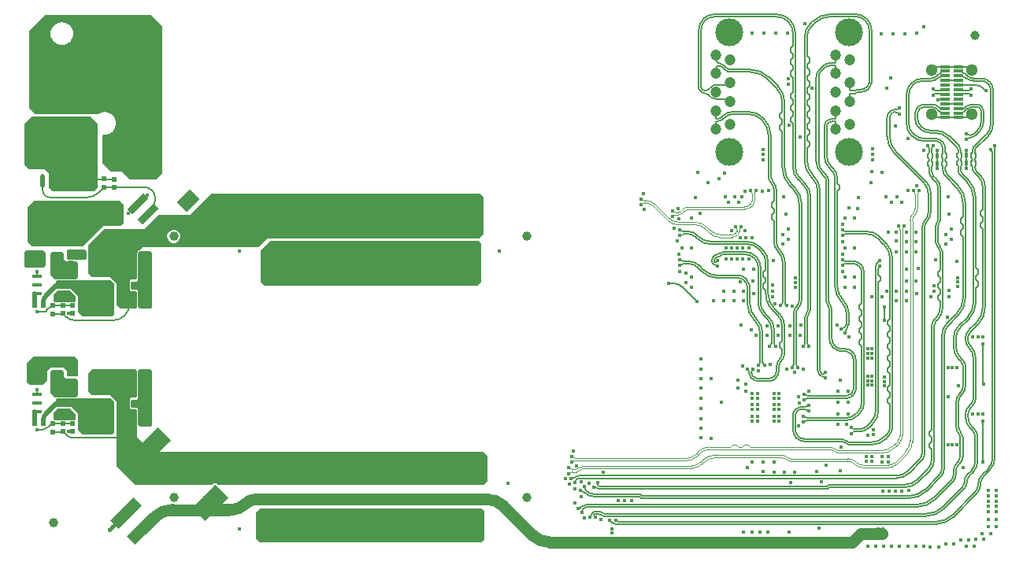
<source format=gbr>
%TF.GenerationSoftware,Altium Limited,Altium Designer,24.0.1 (36)*%
G04 Layer_Physical_Order=1*
G04 Layer_Color=152*
%FSLAX45Y45*%
%MOMM*%
%TF.SameCoordinates,DB20E3DF-1D37-4F49-95B0-90F2ADAE02A5*%
%TF.FilePolarity,Positive*%
%TF.FileFunction,Copper,L1,Top,Signal*%
%TF.Part,Single*%
G01*
G75*
%TA.AperFunction,Conductor*%
%ADD10C,0.12954*%
%ADD11C,0.10897*%
%ADD12C,0.15240*%
%ADD13C,1.27000*%
%ADD14C,0.50800*%
%ADD15C,0.20320*%
%TA.AperFunction,SMDPad,CuDef*%
%ADD16R,0.50000X0.50000*%
%ADD17R,1.92001X1.72400*%
%ADD18R,0.88900X1.27000*%
%ADD19R,0.50000X0.50000*%
%ADD20R,1.00000X0.45000*%
%ADD21R,1.00000X0.30000*%
%ADD22R,0.20000X0.56500*%
%ADD23R,0.40000X0.56500*%
%ADD24C,1.00000*%
%TA.AperFunction,ConnectorPad*%
G04:AMPARAMS|DCode=25|XSize=2mm|YSize=3.5mm|CornerRadius=0mm|HoleSize=0mm|Usage=FLASHONLY|Rotation=315.000|XOffset=0mm|YOffset=0mm|HoleType=Round|Shape=Rectangle|*
%AMROTATEDRECTD25*
4,1,4,-1.94455,-0.53033,0.53033,1.94455,1.94455,0.53033,-0.53033,-1.94455,-1.94455,-0.53033,0.0*
%
%ADD25ROTATEDRECTD25*%

G04:AMPARAMS|DCode=26|XSize=1.2mm|YSize=3.5mm|CornerRadius=0mm|HoleSize=0mm|Usage=FLASHONLY|Rotation=135.000|XOffset=0mm|YOffset=0mm|HoleType=Round|Shape=Rectangle|*
%AMROTATEDRECTD26*
4,1,4,1.66170,0.81317,-0.81317,-1.66170,-1.66170,-0.81317,0.81317,1.66170,1.66170,0.81317,0.0*
%
%ADD26ROTATEDRECTD26*%

%ADD27R,3.59999X3.79999*%
%ADD28R,4.39999X2.80010*%
%ADD29R,7.00001X2.80010*%
%TA.AperFunction,SMDPad,CuDef*%
%ADD30R,1.00000X2.70000*%
%ADD31O,1.00000X2.70000*%
G04:AMPARAMS|DCode=32|XSize=0.8mm|YSize=2.5mm|CornerRadius=0mm|HoleSize=0mm|Usage=FLASHONLY|Rotation=315.000|XOffset=0mm|YOffset=0mm|HoleType=Round|Shape=Rectangle|*
%AMROTATEDRECTD32*
4,1,4,-1.16673,-0.60104,0.60104,1.16673,1.16673,0.60104,-0.60104,-1.16673,-1.16673,-0.60104,0.0*
%
%ADD32ROTATEDRECTD32*%

G04:AMPARAMS|DCode=33|XSize=1.95mm|YSize=1.5mm|CornerRadius=0mm|HoleSize=0mm|Usage=FLASHONLY|Rotation=45.000|XOffset=0mm|YOffset=0mm|HoleType=Round|Shape=Rectangle|*
%AMROTATEDRECTD33*
4,1,4,-0.15910,-1.21976,-1.21976,-0.15910,0.15910,1.21976,1.21976,0.15910,-0.15910,-1.21976,0.0*
%
%ADD33ROTATEDRECTD33*%

%ADD34R,0.50000X1.50000*%
%ADD35O,0.50000X1.50000*%
%TA.AperFunction,Conductor*%
%ADD36C,0.38100*%
%TA.AperFunction,ComponentPad*%
%ADD37C,2.99974*%
%ADD38C,1.19888*%
%ADD39C,1.30000*%
%ADD40C,1.00000*%
%TA.AperFunction,ViaPad*%
%ADD41C,0.40000*%
G36*
X1490980Y8727440D02*
Y7142480D01*
X1427480Y7078980D01*
X1143000D01*
Y7081520D01*
X1061720Y7162800D01*
X942340D01*
X850900Y7254240D01*
Y7555757D01*
X860485Y7563570D01*
X889448D01*
X890821Y7564139D01*
X892295Y7563944D01*
X920271Y7571441D01*
X921450Y7572346D01*
X922923Y7572540D01*
X948007Y7587021D01*
X948911Y7588200D01*
X950284Y7588769D01*
X970765Y7609249D01*
X971333Y7610622D01*
X972512Y7611527D01*
X986994Y7636610D01*
X987188Y7638084D01*
X988093Y7639263D01*
X995589Y7667239D01*
X995395Y7668712D01*
X995963Y7670085D01*
Y7699049D01*
X995395Y7700421D01*
X995589Y7701895D01*
X988093Y7729872D01*
X987188Y7731050D01*
X986994Y7732524D01*
X972512Y7757607D01*
X971333Y7758512D01*
X970765Y7759885D01*
X950284Y7780365D01*
X948911Y7780934D01*
X948007Y7782112D01*
X922923Y7796594D01*
X921450Y7796788D01*
X920271Y7797693D01*
X892295Y7805189D01*
X890821Y7804995D01*
X889448Y7805564D01*
X860485D01*
X859112Y7804995D01*
X857639Y7805189D01*
X829662Y7797693D01*
X828483Y7796788D01*
X827010Y7796594D01*
X801927Y7782113D01*
X792480Y7785100D01*
X127000D01*
X60960Y7851140D01*
Y8676640D01*
X231140Y8846820D01*
X1371600D01*
X1490980Y8727440D01*
D02*
G37*
G36*
X795020Y7683500D02*
Y6990080D01*
X759460Y6954520D01*
X314960D01*
X269240Y7000240D01*
Y7152640D01*
X233680Y7188200D01*
X58420D01*
X10160Y7236460D01*
Y7678420D01*
X86360Y7754620D01*
X723900D01*
X795020Y7683500D01*
D02*
G37*
G36*
X1076960Y6809740D02*
Y6614160D01*
X1041400Y6578600D01*
X853440D01*
X635000Y6360160D01*
X91440D01*
X48260Y6403340D01*
Y6781800D01*
X116840Y6850380D01*
X1036320D01*
X1076960Y6809740D01*
D02*
G37*
G36*
X4942840Y6898640D02*
Y6494780D01*
X4894580Y6446520D01*
X2623820D01*
X2527300Y6350000D01*
X2334203D01*
X2328669Y6352292D01*
X2311563D01*
X2306029Y6350000D01*
X1276771D01*
X1245925Y6319153D01*
X1241055Y6317136D01*
X1225815Y6301896D01*
X1223798Y6297027D01*
X1220891Y6294120D01*
Y6014720D01*
X1208191Y6002020D01*
X1157391Y6002020D01*
X1142151Y5986780D01*
Y5892800D01*
X1152311Y5882640D01*
X1205651Y5882640D01*
X1220891Y5867400D01*
Y5712460D01*
X1200571Y5692140D01*
X1038011D01*
X997371Y5732780D01*
Y5963920D01*
X926251Y6035040D01*
X735751D01*
X700191Y6070600D01*
Y6256525D01*
Y6271260D01*
Y6382171D01*
X866140Y6548120D01*
X1295400D01*
X1447800Y6700520D01*
X1790700D01*
X2021840Y6931660D01*
X4909820D01*
X4942840Y6898640D01*
D02*
G37*
G36*
X678180Y6306820D02*
Y6238240D01*
X660400Y6220460D01*
X485140D01*
X467360Y6238240D01*
Y6314440D01*
X477520Y6324600D01*
X660400D01*
X678180Y6306820D01*
D02*
G37*
G36*
X238760Y6296660D02*
Y6154420D01*
X215900Y6131560D01*
X30480D01*
X12700Y6149340D01*
X12700Y6299200D01*
X33020Y6319520D01*
X215900D01*
X238760Y6296660D01*
D02*
G37*
G36*
X436880Y6278880D02*
Y6228080D01*
X462280Y6202680D01*
X568959D01*
X586740Y6184900D01*
Y6027420D01*
X568960Y6009640D01*
X335280D01*
X292100Y6052820D01*
Y6281420D01*
X312420Y6301740D01*
X414020D01*
X436880Y6278880D01*
D02*
G37*
G36*
X4925060Y6385560D02*
Y5981700D01*
X4879340Y5935980D01*
X2588260D01*
X2547620Y5976620D01*
Y6311900D01*
X2654300Y6418580D01*
X4892040D01*
X4925060Y6385560D01*
D02*
G37*
G36*
X561340Y5825514D02*
Y5773420D01*
X551180Y5763260D01*
X337820Y5763260D01*
X325120Y5775960D01*
Y5842000D01*
X370840Y5887720D01*
X499134D01*
X561340Y5825514D01*
D02*
G37*
G36*
X1383451Y6291580D02*
Y5712460D01*
X1363131Y5692140D01*
X1256451D01*
X1233591Y5715000D01*
Y5887720D01*
X1223432Y5897880D01*
X1167551D01*
X1157391Y5908040D01*
Y5971540D01*
X1167551Y5981700D01*
X1220891D01*
X1233591Y5994400D01*
Y6294120D01*
X1248831Y6309360D01*
X1365672D01*
X1383451Y6291580D01*
D02*
G37*
G36*
X977051Y5961380D02*
Y5636260D01*
X946571Y5605780D01*
X637539D01*
X584200Y5659120D01*
Y5830992D01*
X509691Y5905500D01*
X357291D01*
X347131Y5915660D01*
Y5984240D01*
X357291Y5994400D01*
X944031D01*
X977051Y5961380D01*
D02*
G37*
G36*
X586740Y5140960D02*
Y4975860D01*
X574040Y4963160D01*
X474980D01*
X467360Y4970780D01*
Y5021580D01*
X434340Y5054600D01*
X289560D01*
X259080Y5024120D01*
Y4919980D01*
X213360Y4874260D01*
X66040D01*
X38100Y4902200D01*
Y5107940D01*
X104140Y5173980D01*
X553720D01*
X586740Y5140960D01*
D02*
G37*
G36*
X436880Y5008880D02*
Y4958080D01*
X457200Y4937760D01*
X568960D01*
X586740Y4919980D01*
Y4757420D01*
X568960Y4739640D01*
X335280D01*
X292100Y4782820D01*
Y5011420D01*
X312420Y5031740D01*
X414020D01*
X436880Y5008880D01*
D02*
G37*
G36*
X1220891Y5024120D02*
Y4744720D01*
X1208191Y4732020D01*
X1157391Y4732020D01*
X1142151Y4716780D01*
Y4622800D01*
X1152311Y4612640D01*
X1205651Y4612640D01*
X1220891Y4597400D01*
Y4442460D01*
Y4316309D01*
X1381760Y4155440D01*
X4945380D01*
X4991100Y4109720D01*
Y3835400D01*
X4953000Y3797300D01*
X2087731D01*
X2081548Y3803484D01*
X2065743Y3810030D01*
X2062478D01*
X2058422Y3814086D01*
X2054366Y3810030D01*
X2048637D01*
X2032832Y3803484D01*
X2026649Y3797300D01*
X1198880D01*
X997371Y3998809D01*
Y4462780D01*
Y4693920D01*
X926251Y4765040D01*
X735751D01*
X700191Y4800600D01*
Y5001260D01*
X738291Y5039360D01*
X1205651D01*
X1220891Y5024120D01*
D02*
G37*
G36*
X561340Y4555514D02*
Y4503420D01*
X551180Y4493260D01*
X337820D01*
X325120Y4505960D01*
Y4572000D01*
X370840Y4617720D01*
X499134D01*
X561340Y4555514D01*
D02*
G37*
G36*
X1383451Y5021580D02*
Y4442460D01*
X1363131Y4422140D01*
X1256451D01*
X1233591Y4445000D01*
Y4617720D01*
X1223432Y4627880D01*
X1167551D01*
X1157391Y4638040D01*
Y4701540D01*
X1167551Y4711700D01*
X1220891D01*
X1233591Y4724400D01*
Y5024120D01*
X1248831Y5039360D01*
X1365672D01*
X1383451Y5021580D01*
D02*
G37*
G36*
X977051Y4691380D02*
Y4366260D01*
X946571Y4335780D01*
X637539D01*
X584200Y4389120D01*
X584200Y4566920D01*
X515619Y4635500D01*
X357291D01*
X347131Y4645660D01*
Y4714240D01*
X357291Y4724400D01*
X944031D01*
X977051Y4691380D01*
D02*
G37*
G36*
X4955540Y3515360D02*
Y3213100D01*
X4919980Y3177540D01*
X2540000D01*
X2496820Y3220720D01*
Y3497580D01*
X2542540Y3543300D01*
X4927600D01*
X4955540Y3515360D01*
D02*
G37*
%LPC*%
G36*
X429454Y8770535D02*
X400491D01*
X399118Y8769966D01*
X397645Y8770161D01*
X369668Y8762664D01*
X368489Y8761759D01*
X367016Y8761566D01*
X341933Y8747084D01*
X341028Y8745905D01*
X339655Y8745336D01*
X319175Y8724856D01*
X318606Y8723483D01*
X317427Y8722578D01*
X302945Y8697495D01*
X302751Y8696022D01*
X301847Y8694843D01*
X294350Y8666866D01*
X294544Y8665393D01*
X293976Y8664020D01*
Y8635057D01*
X294544Y8633684D01*
X294350Y8632210D01*
X301847Y8604234D01*
X302751Y8603055D01*
X302945Y8601582D01*
X317427Y8576498D01*
X318606Y8575593D01*
X319175Y8574221D01*
X339655Y8553740D01*
X341028Y8553172D01*
X341933Y8551993D01*
X367016Y8537511D01*
X368489Y8537317D01*
X369668Y8536412D01*
X397645Y8528916D01*
X399118Y8529110D01*
X400491Y8528541D01*
X429454D01*
X430827Y8529110D01*
X432301Y8528916D01*
X460277Y8536412D01*
X461456Y8537317D01*
X462929Y8537511D01*
X488013Y8551993D01*
X488917Y8553172D01*
X490290Y8553740D01*
X510771Y8574221D01*
X511339Y8575594D01*
X512518Y8576498D01*
X527000Y8601581D01*
X527194Y8603055D01*
X528099Y8604234D01*
X535595Y8632210D01*
X535401Y8633684D01*
X535969Y8635057D01*
Y8664020D01*
X535401Y8665393D01*
X535595Y8666866D01*
X528099Y8694843D01*
X527194Y8696022D01*
X527000Y8697495D01*
X512518Y8722578D01*
X511339Y8723483D01*
X510771Y8724856D01*
X490290Y8745336D01*
X488917Y8745905D01*
X488013Y8747084D01*
X462929Y8761566D01*
X461456Y8761760D01*
X460277Y8762664D01*
X432301Y8770161D01*
X430827Y8769966D01*
X429454Y8770535D01*
D02*
G37*
G36*
X1625353Y6539636D02*
X1606879D01*
X1589035Y6534855D01*
X1573037Y6525618D01*
X1559974Y6512555D01*
X1550737Y6496557D01*
X1545956Y6478713D01*
Y6460239D01*
X1550737Y6442395D01*
X1559974Y6426397D01*
X1573037Y6413334D01*
X1589035Y6404097D01*
X1606879Y6399316D01*
X1625353D01*
X1643197Y6404097D01*
X1659195Y6413334D01*
X1672258Y6426397D01*
X1681494Y6442395D01*
X1686276Y6460239D01*
Y6478713D01*
X1681494Y6496557D01*
X1672258Y6512555D01*
X1659195Y6525618D01*
X1643197Y6534855D01*
X1625353Y6539636D01*
D02*
G37*
%LPD*%
D10*
X9010012Y6087030D02*
G03*
X8984388Y6148932I-87583J0D01*
G01*
X8984303Y6149017D02*
G03*
X8922428Y6174613I-61874J-61988D01*
G01*
X8968913Y4579447D02*
G03*
X9010012Y4678667I-99221J99221D01*
G01*
X8836577Y6174613D02*
G03*
X8820253Y6167852I0J-23085D01*
G01*
X8836006Y4514723D02*
G03*
X8952324Y4562857I0J164610D01*
G01*
X8389916Y4530818D02*
G03*
X8428773Y4514723I38857J38857D01*
G01*
X8820253Y6207028D02*
G03*
X8836577Y6200267I16324J16324D01*
G01*
X9035666Y6087356D02*
G03*
X9002730Y6166870I-112449J0D01*
G01*
X8994986Y6174615D02*
G03*
X8933055Y6200267I-61931J-61932D01*
G01*
X8836141Y4489069D02*
G03*
X8970447Y4544700I0J189937D01*
G01*
X8428773Y4489069D02*
G03*
X8389916Y4472974I0J-54952D01*
G01*
X8984359Y6148961D02*
G03*
X8984303Y6149017I-61931J-61932D01*
G01*
X8984388Y6148932D02*
G03*
X8984359Y6148961I-61959J-61902D01*
G01*
X8952324Y4562857D02*
G03*
X8952403Y4562936I-116318J116476D01*
G01*
X8994646Y4568899D02*
G03*
X9035666Y4668040I-99298J99142D01*
G01*
X8994568Y4568821D02*
G03*
X8994646Y4568899I-99220J99220D01*
G01*
X8389916Y4530818D02*
G03*
X8384900Y4532896I-5016J-5016D01*
G01*
Y4470896D02*
G03*
X8389916Y4472974I0J7094D01*
G01*
X9197727Y6472254D02*
G03*
X9081715Y6520307I-116011J-116011D01*
G01*
X8820260Y6527068D02*
G03*
X8836584Y6520307I16324J16324D01*
G01*
X9344914Y6221208D02*
G03*
X9271658Y6398322I-250737J0D01*
G01*
X9300210Y4319717D02*
G03*
X9344914Y4427642I-107925J107925D01*
G01*
X9123741Y4229100D02*
G03*
X9270200Y4289707I0J207264D01*
G01*
X8838096Y4245444D02*
G03*
X8877654Y4229100I39558J39699D01*
G01*
X8310929Y4299953D02*
G03*
X8310982Y4299900I85695J85695D01*
G01*
X8352419Y4634738D02*
G03*
X8306983Y4615949I0J-64334D01*
G01*
X8832818Y4250722D02*
G03*
X8799613Y4264457I-33205J-33269D01*
G01*
X8310982Y4299900D02*
G03*
X8396624Y4264457I85642J85749D01*
G01*
X8299491Y4608457D02*
G03*
X8272301Y4542815I65641J-65641D01*
G01*
Y4392763D02*
G03*
X8310595Y4300287I130807J0D01*
G01*
D02*
G03*
X8310613Y4300269I92513J92476D01*
G01*
X8399087Y4634738D02*
G03*
X8437944Y4650833I0J54952D01*
G01*
X9319260Y6221045D02*
G03*
X9253220Y6380480I-225475J0D01*
G01*
X9187100Y6446600D02*
G03*
X9071089Y6494653I-116011J-116011D01*
G01*
X9113115Y4254754D02*
G03*
X9259574Y4315361I0J207264D01*
G01*
X8836584Y6494653D02*
G03*
X8820260Y6487892I0J-23085D01*
G01*
X8850802Y4269017D02*
G03*
X8799877Y4290111I-50925J-50925D01*
G01*
X8856070Y4263750D02*
G03*
X8877789Y4254754I21719J21719D01*
G01*
X8352625Y4609084D02*
G03*
X8324984Y4597671I0J-39178D01*
G01*
X8317767Y4590454D02*
G03*
X8297955Y4542581I47932J-47873D01*
G01*
X8328911Y4318251D02*
G03*
X8328981Y4318182I67936J67936D01*
G01*
X8328856Y4318307D02*
G03*
X8328911Y4318251I74791J74679D01*
G01*
X8328981Y4318182D02*
G03*
X8396847Y4290111I67866J68005D01*
G01*
X8297955Y4392986D02*
G03*
X8328856Y4318307I105691J0D01*
G01*
X8437944Y4592989D02*
G03*
X8399087Y4609084I-38857J-38857D01*
G01*
X9271658Y6398322D02*
G03*
X9271475Y6398505I-177481J-177114D01*
G01*
X9270200Y4289707D02*
G03*
X9270299Y4289806I-146458J146657D01*
G01*
X8832850Y4250690D02*
G03*
X8832818Y4250722I-33237J-33237D01*
G01*
X8838025Y4245514D02*
G03*
X8838096Y4245444I39628J39628D01*
G01*
X8306983Y4615949D02*
G03*
X8306929Y4615895I45437J-45545D01*
G01*
X9281921Y4337708D02*
G03*
X9319260Y4427958I-90399J90249D01*
G01*
X9281847Y4337634D02*
G03*
X9281921Y4337708I-90324J90324D01*
G01*
X9259574Y4315361D02*
G03*
X9259673Y4315460I-146458J146657D01*
G01*
X8324984Y4597671D02*
G03*
X8324923Y4597609I27641J-27764D01*
G01*
X8317797Y4590483D02*
G03*
X8317767Y4590454I47902J-47902D01*
G01*
X8442960Y4652911D02*
G03*
X8437944Y4650833I0J-7094D01*
G01*
Y4592989D02*
G03*
X8442960Y4590911I5016J5016D01*
G01*
X8720014Y8334121D02*
G03*
X8729174Y8337915I0J12955D01*
G01*
X8666657Y5359656D02*
G03*
X8699777Y5279606I113297J0D01*
G01*
X8649957Y5726443D02*
G03*
X8650028Y5726371I40071J39928D01*
G01*
X8666657Y5686270D02*
G03*
X8650071Y5726329I-56670J0D01*
G01*
D02*
G03*
X8650058Y5726342I-40085J-40059D01*
G01*
X8905661Y4782399D02*
G03*
X8924521Y4827929I-45530J45530D01*
G01*
Y5135344D02*
G03*
X8892751Y5212145I-108717J0D01*
G01*
X8896753Y4773490D02*
G03*
X8896771Y4773509I-45568J45605D01*
G01*
X8851185Y4754626D02*
G03*
X8896753Y4773490I0J64469D01*
G01*
X8707522Y5271861D02*
G03*
X8803499Y5232146I95977J96113D01*
G01*
X8892689Y5212207D02*
G03*
X8844465Y5232146I-48224J-48349D01*
G01*
X8676647Y8334121D02*
G03*
X8593455Y8299662I0J-117651D01*
G01*
X8633460Y7052919D02*
G03*
X8606125Y7119015I-93578J0D01*
G01*
X8633460Y5766371D02*
G03*
X8649957Y5726443I56568J0D01*
G01*
X8523986Y7278450D02*
G03*
X8578514Y7146626I186610J0D01*
G01*
X8394637Y4770721D02*
G03*
X8433493Y4754626I38857J38857D01*
G01*
X8729174Y8304673D02*
G03*
X8720014Y8308467I-9160J-9160D01*
G01*
X8732968Y8295512D02*
G03*
X8729174Y8304673I-12955J0D01*
G01*
X8692311Y5370282D02*
G03*
X8725431Y5290232I113297J0D01*
G01*
X8692311Y5686404D02*
G03*
X8668341Y5744339I-81999J0D01*
G01*
X8923959Y4764416D02*
G03*
X8950174Y4827706I-63290J63290D01*
G01*
X8950175Y5135714D02*
G03*
X8911080Y5230096I-133476J0D01*
G01*
X8852366Y4728972D02*
G03*
X8914027Y4754484I0J87270D01*
G01*
X8725495Y5290168D02*
G03*
X8803640Y5257800I78145J78145D01*
G01*
X8910713Y5230463D02*
G03*
X8844716Y5257800I-65997J-65997D01*
G01*
X8681960Y8308467D02*
G03*
X8607838Y8277764I0J-104825D01*
G01*
X8659114Y7053014D02*
G03*
X8624259Y7137161I-119002J0D01*
G01*
X8659114Y5766548D02*
G03*
X8668276Y5744404I31342J0D01*
G01*
X8576180Y8246107D02*
G03*
X8549640Y8181940I64299J-64167D01*
G01*
Y7278564D02*
G03*
X8596863Y7164557I161230J0D01*
G01*
X8433493Y4728972D02*
G03*
X8394637Y4712877I0J-54952D01*
G01*
X8729174Y8337915D02*
G03*
X8732968Y8347076I-9160J9160D01*
G01*
X8699777Y5279606D02*
G03*
X8699841Y5279542I80177J80049D01*
G01*
X8707454Y5271929D02*
G03*
X8707522Y5271861I96045J96045D01*
G01*
X8892751Y5212145D02*
G03*
X8892689Y5212207I-48286J-48287D01*
G01*
X8578514Y7146626D02*
G03*
X8578642Y7146497I132082J131825D01*
G01*
X8606125Y7119015D02*
G03*
X8606051Y7119089I-66243J-66096D01*
G01*
X8558010Y8264217D02*
G03*
X8557927Y8264134I82142J-82142D01*
G01*
D02*
G03*
X8523986Y8182318I82225J-82059D01*
G01*
D02*
G03*
X8523986Y8182075I116166J-243D01*
G01*
X8668276Y5744404D02*
G03*
X8668294Y5744386I22180J22144D01*
G01*
X8668341Y5744339D02*
G03*
X8668294Y5744386I-58029J-57935D01*
G01*
X8914027Y4754484D02*
G03*
X8914076Y4754533I-61661J61758D01*
G01*
X8725431Y5290232D02*
G03*
X8725495Y5290168I80177J80049D01*
G01*
X8576246Y8246173D02*
G03*
X8576180Y8246107I64233J-64233D01*
G01*
X8394636Y4770721D02*
G03*
X8389620Y4772799I-5016J-5016D01*
G01*
Y4710799D02*
G03*
X8394636Y4712877I0J7094D01*
G01*
X7784846Y5740400D02*
G03*
X7856091Y5568337I243397J0D01*
G01*
X7921879Y5422638D02*
G03*
X7865374Y5559054I-192921J0D01*
G01*
X7738006Y6003394D02*
G03*
X7692267Y6022340I-45739J-45739D01*
G01*
X7784846Y5912012D02*
G03*
X7753424Y5987976I-107534J0D01*
G01*
X7248421Y6136010D02*
G03*
X7155180Y6174613I-93241J-93306D01*
G01*
X7097453D02*
G03*
X7058597Y6158518I0J-54952D01*
G01*
X7291469Y6092962D02*
G03*
X7291597Y6092834I170497J170497D01*
G01*
X7912793Y5097105D02*
G03*
X7921879Y5119042I-21936J21936D01*
G01*
X7947533Y5422823D02*
G03*
X7883645Y5577062I-218127J0D01*
G01*
X7810500Y5912214D02*
G03*
X7771633Y6006047I-132701J0D01*
G01*
X7810500Y5751026D02*
G03*
X7881790Y5578918I243398J0D01*
G01*
X7058597Y6216362D02*
G03*
X7097453Y6200267I38857J38857D01*
G01*
X7309609Y6111102D02*
G03*
X7461966Y6047994I152357J152357D01*
G01*
X7755947Y6021733D02*
G03*
X7692548Y6047994I-63399J-63399D01*
G01*
X7266379Y6154331D02*
G03*
X7155482Y6200267I-110898J-110898D01*
G01*
X7947533Y5119042D02*
G03*
X7956620Y5097105I31023J0D01*
G01*
X7856091Y5568337D02*
G03*
X7856135Y5568292I172153J172063D01*
G01*
X7753424Y5987976D02*
G03*
X7753350Y5988050I-76112J-75964D01*
G01*
X7053580Y6156440D02*
G03*
X7058596Y6158518I0J7094D01*
G01*
X7291597Y6092834D02*
G03*
X7461616Y6022340I170369J170625D01*
G01*
D02*
G03*
X7461966Y6022340I350J241119D01*
G01*
X7248453Y6135978D02*
G03*
X7248421Y6136010I-93273J-93273D01*
G01*
X7058596Y6216362D02*
G03*
X7053580Y6218440I-5016J-5016D01*
G01*
X7965706Y5085080D02*
G03*
X7963628Y5090096I-7094J0D01*
G01*
X7905784D02*
G03*
X7903706Y5085080I5016J-5016D01*
G01*
X8181594Y5512108D02*
G03*
X8131192Y5633788I-172082J0D01*
G01*
X8152070Y5134550D02*
G03*
X8123174Y5064704I69966J-69846D01*
G01*
X8006715Y6190992D02*
G03*
X7954080Y6318063I-179706J0D01*
G01*
X8006715Y5853068D02*
G03*
X8073750Y5691230I228873J0D01*
G01*
X8085247Y4940007D02*
G03*
X8085392Y4940152I-91563J91563D01*
G01*
X8018078Y4912106D02*
G03*
X8085112Y4939873I0J94800D01*
G01*
X7829973Y4942205D02*
G03*
X7902638Y4912106I72665J72665D01*
G01*
X7232112Y6489688D02*
G03*
X7158186Y6520307I-73925J-73933D01*
G01*
X7061137Y6536402D02*
G03*
X7099993Y6520307I38857J38857D01*
G01*
X7911749Y6360394D02*
G03*
X7789673Y6410960I-122076J-122076D01*
G01*
X7244566Y6477234D02*
G03*
X7404566Y6410960I160000J160001D01*
G01*
X7783691Y5041900D02*
G03*
X7785769Y5036884I7094J0D01*
G01*
X7801864Y5007938D02*
G03*
X7792778Y5029875I-31023J0D01*
G01*
X7819683Y4952495D02*
G03*
X7819709Y4952468I43109J43056D01*
G01*
X7801864Y4995551D02*
G03*
X7819683Y4952495I60928J0D01*
G01*
X8155940Y5511695D02*
G03*
X8112829Y5615871I-147426J0D01*
G01*
X7981061Y6190810D02*
G03*
X7935812Y6300052I-154491J0D01*
G01*
X8133621Y5152381D02*
G03*
X8140790Y5160664I-53884J53884D01*
G01*
X8133621Y5152381D02*
G03*
X8133595Y5152355I87155J-87155D01*
G01*
D02*
G03*
X8097520Y5065226I87181J-87129D01*
G01*
X8067040Y4958080D02*
G03*
X8097520Y5031665I-73585J73585D01*
G01*
X8067015Y4958055D02*
G03*
X8067040Y4958080I-49032J49082D01*
G01*
X8017983Y4937760D02*
G03*
X8067015Y4958055I0J69377D01*
G01*
X7221490Y6464031D02*
G03*
X7147560Y6494653I-73930J-73930D01*
G01*
X7893833Y6342030D02*
G03*
X7789260Y6385306I-104574J-104711D01*
G01*
X7233940Y6451580D02*
G03*
X7393940Y6385306I160000J160000D01*
G01*
X7099993Y6494653D02*
G03*
X7061137Y6478558I0J-54952D01*
G01*
X7845173Y4963285D02*
G03*
X7906809Y4937760I61847J62164D01*
G01*
X7836604Y5029875D02*
G03*
X7827518Y5007938I21936J-21936D01*
G01*
X7841576Y4966882D02*
G03*
X7841607Y4966851I34043J33982D01*
G01*
X7827518Y5000864D02*
G03*
X7841576Y4966882I48102J0D01*
G01*
X8152130Y5134610D02*
G03*
X8181594Y5205743I-71132J71132D01*
G01*
X8152130Y5134610D02*
G03*
X8152070Y5134550I69906J-69906D01*
G01*
X8085392Y4940152D02*
G03*
X8123174Y5031570I-91708J91418D01*
G01*
X7061136Y6536402D02*
G03*
X7056120Y6538480I-5016J-5016D01*
G01*
X7981061Y5852954D02*
G03*
X7990479Y5784394I254253J0D01*
G01*
D02*
G03*
X8055374Y5673326I244835J68560D01*
G01*
X8112829Y5615871D02*
G03*
X8112760Y5615940I-104314J-104177D01*
G01*
X8055374Y5673326D02*
G03*
X8055530Y5673170I179940J179628D01*
G01*
X8140790Y5160664D02*
G03*
X8155940Y5206265I-61053J45601D01*
G01*
X7906809Y4937760D02*
G03*
X7907020Y4937760I211J87689D01*
G01*
X7893902Y6341962D02*
G03*
X7893833Y6342030I-104642J-104642D01*
G01*
X7056120Y6476480D02*
G03*
X7061136Y6478558I0J7094D01*
G01*
X7843613Y5036884D02*
G03*
X7845691Y5041900I-5016J5016D01*
G01*
X7899146Y5755374D02*
G03*
X7952530Y5626310I182708J0D01*
G01*
X7899146Y6138022D02*
G03*
X7859452Y6233852I-135524J0D01*
G01*
X8041894Y5473725D02*
G03*
X7997190Y5581650I-152629J0D01*
G01*
X7859452Y6233852D02*
G03*
X7755478Y6276920I-103974J-103974D01*
G01*
X7525558D02*
G03*
X7500355Y6266494I0J-35678D01*
G01*
D02*
G03*
X7500330Y6266470I25203J-25253D01*
G01*
X7465320Y6248051D02*
G03*
X7493643Y6259783I0J40056D01*
G01*
X7465061Y6248051D02*
G03*
X7457200Y6247260I0J-39431D01*
G01*
D02*
G03*
X7437178Y6236502I7860J-38640D01*
G01*
X7435146Y6234469D02*
G03*
X7425629Y6211494I22975J-22975D01*
G01*
X7447730Y6194229D02*
G03*
X7447743Y6194241I-9147J9172D01*
G01*
X7438583Y6190447D02*
G03*
X7447730Y6194229I0J12953D01*
G01*
X7425629Y6203402D02*
G03*
X7429423Y6194241I12955J0D01*
G01*
X7429424Y6194241D02*
G03*
X7438583Y6190447I9159J9159D01*
G01*
X8032808Y5300305D02*
G03*
X8041894Y5322242I-21936J21936D01*
G01*
X7876072Y6253511D02*
G03*
X7757626Y6302574I-118446J-118446D01*
G01*
X7524388D02*
G03*
X7483063Y6285482I0J-58507D01*
G01*
X7924800Y5755487D02*
G03*
X7970880Y5644240I157328J0D01*
G01*
X7924800Y6138166D02*
G03*
X7877694Y6251890I-160831J0D01*
G01*
X7454693Y6273705D02*
G03*
X7483017Y6285437I0J40056D01*
G01*
X8067548Y5474111D02*
G03*
X8015603Y5599517I-177351J0D01*
G01*
X7454693Y6273705D02*
G03*
X7435369Y6268735I0J-40057D01*
G01*
X7451499Y6157242D02*
G03*
X7433270Y6164793I-18230J-18230D01*
G01*
X7415050Y6172334D02*
G03*
X7433270Y6164793I18220J18239D01*
G01*
X7399975Y6203248D02*
G03*
X7411175Y6176210I38238J0D01*
G01*
X7416910Y6252513D02*
G03*
X7399975Y6211629I40884J-40884D01*
G01*
X7415041Y6172344D02*
G03*
X7415050Y6172334I18229J18229D01*
G01*
X8067548Y5322242D02*
G03*
X8076634Y5300305I31023J0D01*
G01*
X7952530Y5626310D02*
G03*
X7952660Y5626180I129324J129064D01*
G01*
X7465060Y6208620D02*
G03*
X7460044Y6206542I0J-7094D01*
G01*
X7483063Y6285482D02*
G03*
X7483018Y6285437I41326J-41416D01*
G01*
X7460044Y6148698D02*
G03*
X7465060Y6146620I5016J5016D01*
G01*
X7435369Y6268735D02*
G03*
X7426369Y6261973I19324J-35087D01*
G01*
X8085721Y5288280D02*
G03*
X8083643Y5293296I-7094J0D01*
G01*
X8025799D02*
G03*
X8023721Y5288280I5016J-5016D01*
G01*
X9176276Y6181933D02*
G03*
X9164320Y6153069I28864J-28864D01*
G01*
Y6139175D02*
G03*
X9164184Y6141050I-12954J0D01*
G01*
X9164320Y6153069D02*
G03*
X9164184Y6141050I38643J-6449D01*
G01*
X8981075Y4394708D02*
G03*
X9072393Y4432533I0J129143D01*
G01*
X8912654Y4403056D02*
G03*
X8932807Y4394708I20153J20153D01*
G01*
X9202963Y6146620D02*
G03*
X9189974Y6115263I31357J-31357D01*
G01*
X9197787Y6134126D02*
G03*
X9189974Y6115263I18863J-18863D01*
G01*
X9135873Y4459733D02*
G03*
X9189974Y4590345I-130613J130613D01*
G01*
X8991701Y4369054D02*
G03*
X9083019Y4406879I0J129143D01*
G01*
X8932807Y4369054D02*
G03*
X8912654Y4360706I0J-28501D01*
G01*
X9110256Y4470396D02*
G03*
X9164320Y4600971I-130651J130575D01*
G01*
X9110219Y4470358D02*
G03*
X9110256Y4470396I-130613J130613D01*
G01*
X9869114Y8002416D02*
G03*
X9854412Y8008506I-14702J-14702D01*
G01*
X9869114Y8002416D02*
G03*
X9883816Y7996326I14702J14702D01*
G01*
X9815502Y8008506D02*
G03*
X9796733Y8002184I0J-31023D01*
G01*
X10095279Y8040230D02*
G03*
X10080593Y8046314I-14686J-14686D01*
G01*
X10095279Y8040230D02*
G03*
X10109966Y8034147I14686J14686D01*
G01*
X10151438D02*
G03*
X10173375Y8043233I0J31023D01*
G01*
X9883816Y8046339D02*
G03*
X9869114Y8040249I0J-20791D01*
G01*
X9854412Y8034160D02*
G03*
X9869114Y8040249I0J20791D01*
G01*
X9796733Y8040481D02*
G03*
X9815502Y8034160I18769J24702D01*
G01*
X10109966Y8008493D02*
G03*
X10095279Y8002410I0J-20770D01*
G01*
X10080593Y7996326D02*
G03*
X10095279Y8002410I0J20770D01*
G01*
X10173375Y7999407D02*
G03*
X10151438Y8008493I-21936J-21936D01*
G01*
X9753134Y6943403D02*
G03*
X9706146Y7056964I-160723J0D01*
G01*
X9713544Y6629264D02*
G03*
X9688908Y6569745I59581J-59519D01*
G01*
X9655599Y4054899D02*
G03*
X9688908Y4135315I-80416J80416D01*
G01*
X9406383Y7794204D02*
G03*
X9373755Y7805918I-32628J-39581D01*
G01*
X9357357D02*
G03*
X9332196Y7795496I0J-35583D01*
G01*
D02*
G03*
X9311640Y7745869I49628J-49628D01*
G01*
X9410027Y7790894D02*
G03*
X9416114Y7788373I6087J6087D01*
G01*
X9410027Y7790894D02*
G03*
X9406383Y7794204I-36271J-36271D01*
G01*
X9311640Y7556500D02*
G03*
X9385882Y7377228I253565J0D01*
G01*
X9385483Y3868060D02*
G03*
X9527581Y3926881I0J201050D01*
G01*
X5972379Y3868060D02*
G03*
X5945865Y3857077I0J-37496D01*
G01*
X9727480Y6932776D02*
G03*
X9680405Y7046425I-160724J0D01*
G01*
X9695367Y6647367D02*
G03*
X9727480Y6724894I-77526J77526D01*
G01*
X9695367Y6647367D02*
G03*
X9695283Y6647283I77527J-77527D01*
G01*
X9629945Y4065525D02*
G03*
X9663254Y4145941I-80416J80416D01*
G01*
X9382722Y7831572D02*
G03*
X9402039Y7839574I0J27318D01*
G01*
X9357222Y7831572D02*
G03*
X9314241Y7813821I0J-60911D01*
G01*
D02*
G03*
X9314152Y7813732I42982J-43160D01*
G01*
X9285986Y7551181D02*
G03*
X9364006Y7362824I266377J0D01*
G01*
X9313901Y7813480D02*
G03*
X9285986Y7746089I67392J-67392D01*
G01*
X9382760Y3893714D02*
G03*
X9511431Y3947011I0J181969D01*
G01*
X5967579Y3893714D02*
G03*
X5931119Y3878612I0J-51562D01*
G01*
X5894660Y3863510D02*
G03*
X5931068Y3878561I0J51561D01*
G01*
X5893265Y3863510D02*
G03*
X5888242Y3861429I0J-7103D01*
G01*
X9713693Y6629413D02*
G03*
X9753134Y6724799I-95622J95386D01*
G01*
X9713575Y6629295D02*
G03*
X9713693Y6629413I-95504J95504D01*
G01*
X9713575Y6629295D02*
G03*
X9713544Y6629264I59550J-59550D01*
G01*
X9706146Y7056964D02*
G03*
X9706059Y7057051I-113734J-113562D01*
G01*
X9527581Y3926881D02*
G03*
X9527646Y3926946I-142098J142229D01*
G01*
X5945865Y3857077D02*
G03*
X5934882Y3830563I26514J-26514D01*
G01*
X9695283Y6647283D02*
G03*
X9663254Y6570076I77611J-77444D01*
G01*
D02*
G03*
X9663254Y6569840I109640J-236D01*
G01*
X5931068Y3878561D02*
G03*
X5931119Y3878612I-36408J36510D01*
G01*
X10185400Y8052320D02*
G03*
X10180384Y8050242I0J-7094D01*
G01*
X6178996Y3785124D02*
G03*
X6190387Y3780405I11392J11392D01*
G01*
X6174277Y3812605D02*
G03*
X6172200Y3817620I-7093J0D01*
G01*
X6174277Y3796515D02*
G03*
X6178462Y3785684I16109J0D01*
G01*
X9478108Y3798932D02*
G03*
X9608819Y3853030I0J184960D01*
G01*
X9718115Y3962326D02*
G03*
X9766528Y4079205I-116879J116879D01*
G01*
X9736613Y7171542D02*
G03*
X9766286Y7099765I101649J0D01*
G01*
X9729036Y7232225D02*
G03*
X9729025Y7232236I-18331J-18309D01*
G01*
X9736613Y7213916D02*
G03*
X9729036Y7232225I-25909J0D01*
G01*
X9724440Y7321750D02*
G03*
X9726202Y7317497I6014J0D01*
G01*
X9727963Y7275782D02*
G03*
X9724440Y7267277I8505J-8505D01*
G01*
Y7238250D02*
G03*
X9726202Y7233997I6014J0D01*
G01*
Y7357521D02*
G03*
X9724440Y7353268I4253J-4253D01*
G01*
X9732819Y7279577D02*
G03*
X9736613Y7288737I-9160J9160D01*
G01*
Y7297416D02*
G03*
X9729025Y7315736I-25909J0D01*
G01*
Y7359282D02*
G03*
X9736613Y7377602I-18320J18320D01*
G01*
X9736613Y7413318D02*
G03*
X9727527Y7435255I-31023J0D01*
G01*
X9806405Y6407895D02*
G03*
X9829673Y6351658I79593J0D01*
G01*
X9810864Y5591924D02*
G03*
X9855200Y5698961I-107037J107037D01*
G01*
X9855200Y6302254D02*
G03*
X9838317Y6343014I-57644J0D01*
G01*
X9832086Y6991464D02*
G03*
X9802033Y7064017I-102606J-1D01*
G01*
X10080593Y7796327D02*
G03*
X10095279Y7802410I0J20770D01*
G01*
X10109966Y7808493D02*
G03*
X10095279Y7802410I0J-20770D01*
G01*
X10109966Y7808493D02*
G03*
X10120659Y7814137I0J12954D01*
G01*
X10139334Y7838903D02*
G03*
X10130005Y7827681I57865J-57587D01*
G01*
X10175483Y7556779D02*
G03*
X10181013Y7556500I5530J54673D01*
G01*
D02*
G03*
X10221046Y7573063I0J56661D01*
G01*
X10197198Y7862952D02*
G03*
X10139611Y7839180I0J-81637D01*
G01*
X10296397Y7819432D02*
G03*
X10282456Y7853143I-47731J0D01*
G01*
X10282376Y7853224D02*
G03*
X10258832Y7862952I-23544J-23626D01*
G01*
X10282456Y7853143D02*
G03*
X10282417Y7853183I-33791J-33711D01*
G01*
D02*
G03*
X10282376Y7853224I-23585J-23585D01*
G01*
X6164613Y3763227D02*
G03*
X6185074Y3754751I20461J20461D01*
G01*
X6164613Y3763227D02*
G03*
X6144152Y3771702I-20461J-20461D01*
G01*
X6128359Y3773779D02*
G03*
X6133374Y3771702I5015J5015D01*
G01*
X9488734Y3773278D02*
G03*
X9619445Y3827376I0J184960D01*
G01*
X9762267Y7171677D02*
G03*
X9784621Y7117710I76321J0D01*
G01*
X9743769Y3951700D02*
G03*
X9792182Y4068578I-116879J116879D01*
G01*
X9769845Y7232225D02*
G03*
X9762267Y7213916I18331J-18309D01*
G01*
Y7288737D02*
G03*
X9766061Y7279577I12955J0D01*
G01*
X9769856Y7232236D02*
G03*
X9769845Y7232225I18320J-18320D01*
G01*
X9769856Y7315736D02*
G03*
X9762267Y7297416I18320J-18320D01*
G01*
Y7377602D02*
G03*
X9769856Y7359282I25909J0D01*
G01*
X9774440Y7267277D02*
G03*
X9770917Y7275782I-12028J0D01*
G01*
X9771354Y7435255D02*
G03*
X9762267Y7413318I21936J-21936D01*
G01*
X9772679Y7233997D02*
G03*
X9774440Y7238250I-4253J4253D01*
G01*
X9810626Y5555406D02*
G03*
X9792182Y5510877I44530J-44530D01*
G01*
X9772679Y7317497D02*
G03*
X9774440Y7321750I-4253J4253D01*
G01*
Y7353268D02*
G03*
X9772679Y7357521I-6014J0D01*
G01*
X9880854Y6302368D02*
G03*
X9856538Y6361073I-83021J0D01*
G01*
X9839605Y6601105D02*
G03*
X9832059Y6582837I18338J-18268D01*
G01*
X9857740Y6991619D02*
G03*
X9820283Y7082048I-127885J-0D01*
G01*
X9832059Y6408117D02*
G03*
X9847962Y6369649I54477J0D01*
G01*
X10100489Y7839819D02*
G03*
X10110848Y7844994I0J12955D01*
G01*
X10095279Y7840231D02*
G03*
X10080593Y7846314I-14686J-14686D01*
G01*
X10181013Y7530846D02*
G03*
X10175483Y7530567I0J-54952D01*
G01*
X10181235Y7530846D02*
G03*
X10239061Y7554798I0J81778D01*
G01*
X10197198Y7888606D02*
G03*
X10110848Y7844994I0J-107291D01*
G01*
X10298302Y7873578D02*
G03*
X10262021Y7888606I-36281J-36281D01*
G01*
X10273880Y7589617D02*
G03*
X10322051Y7705911I-116294J116294D01*
G01*
X10322051Y7819572D02*
G03*
X10300656Y7871223I-73046J0D01*
G01*
X10255570Y7607587D02*
G03*
X10296397Y7706227I-98745J98640D01*
G01*
X10139611Y7839180D02*
G03*
X10139334Y7838903I57587J-57865D01*
G01*
X10255517Y7607534D02*
G03*
X10255570Y7607587I-98692J98692D01*
G01*
X10221046Y7573063D02*
G03*
X10221079Y7573096I-40033J40098D01*
G01*
X10142156Y7572595D02*
G03*
X10137140Y7574673I-5016J-5016D01*
G01*
X10142156Y7572595D02*
G03*
X10175483Y7556779I38857J38857D01*
G01*
X9766286Y7099765D02*
G03*
X9766385Y7099665I71975J71777D01*
G01*
X9821361Y6619141D02*
G03*
X9832086Y6644967I-25732J25826D01*
G01*
X9829673Y6351658D02*
G03*
X9829717Y6351614I56324J56237D01*
G01*
X9821361Y6619141D02*
G03*
X9806405Y6583094I36352J-36209D01*
G01*
D02*
G03*
X9806404Y6582932I51308J-162D01*
G01*
X9792419Y5573479D02*
G03*
X9792277Y5573337I62507J-62507D01*
G01*
D02*
G03*
X9766528Y5511184I62648J-62365D01*
G01*
D02*
G03*
X9766527Y5510972I88398J-212D01*
G01*
X9608819Y3853030D02*
G03*
X9608895Y3853106I-130711J130863D01*
G01*
X6178462Y3785684D02*
G03*
X6178996Y3785124I11924J10831D01*
G01*
X10175483Y7530567D02*
G03*
X10142156Y7514751I5530J-54673D01*
G01*
X10137140Y7512673D02*
G03*
X10142156Y7514751I0J7094D01*
G01*
X9839605Y6601105D02*
G03*
X9857740Y6644849I-43691J43744D01*
G01*
X9847962Y6369649D02*
G03*
X9848015Y6369596I38574J38469D01*
G01*
X9829208Y5573988D02*
G03*
X9880854Y5698866I-125152J124877D01*
G01*
X9829071Y5573851D02*
G03*
X9829208Y5573988I-125015J125015D01*
G01*
X9619445Y3827376D02*
G03*
X9619521Y3827452I-130711J130863D01*
G01*
X10399893Y8041578D02*
G03*
X10370117Y8113464I-101662J0D01*
G01*
X10351516Y7563105D02*
G03*
X10399893Y7679897I-116793J116793D01*
G01*
X10370064Y8113516D02*
G03*
X10298230Y8143240I-71834J-71939D01*
G01*
X10214062Y7425650D02*
G03*
X10200913Y7393906I31744J-31744D01*
G01*
X10197119Y7282347D02*
G03*
X10200913Y7291508I-9160J9160D01*
G01*
Y7300187D02*
G03*
X10193324Y7318507I-25909J0D01*
G01*
X10197119Y7365847D02*
G03*
X10200913Y7375008I-9160J9160D01*
G01*
X10192263Y7362053D02*
G03*
X10192249Y7362040I8505J-8505D01*
G01*
D02*
G03*
X10188740Y7353548I8519J-8492D01*
G01*
X10192263Y7278553D02*
G03*
X10188740Y7270048I8505J-8505D01*
G01*
Y7324521D02*
G03*
X10190501Y7320268I6014J0D01*
G01*
X10312400Y7007086D02*
G03*
X10270161Y7109079I-144260J0D01*
G01*
X10247646Y5543533D02*
G03*
X10312400Y5699863I-156329J156329D01*
G01*
X10193335Y7234996D02*
G03*
X10193324Y7235007I-18331J-18309D01*
G01*
X10200913Y7216687D02*
G03*
X10193335Y7234996I-25909J0D01*
G01*
X10188740Y7241021D02*
G03*
X10190501Y7236768I6014J0D01*
G01*
X10232010Y4311058D02*
G03*
X10202626Y4382054I-100461J0D01*
G01*
X10200913Y7216485D02*
G03*
X10227826Y7151414I92123J0D01*
G01*
X10192870Y3952390D02*
G03*
X10232010Y4046882I-94492J94492D01*
G01*
X10213340Y5156649D02*
G03*
X10165164Y5272956I-164484J0D01*
G01*
X10134298Y8173106D02*
G03*
X10215810Y8143240I81512J96298D01*
G01*
X10126265Y5366867D02*
G03*
X10165085Y5273035I132809J0D01*
G01*
X10132060Y4510745D02*
G03*
X10173161Y4411520I140326J0D01*
G01*
X10134014Y8173247D02*
G03*
X10085585Y8193307I-48429J-48429D01*
G01*
X10054196Y8196326D02*
G03*
X10061485Y8193307I7289J7289D01*
G01*
X10126265Y5367359D02*
G03*
X10126264Y5367099I132909J-260D01*
G01*
X10146648Y3906167D02*
G03*
X10117179Y3834965I71285J-71203D01*
G01*
X10095182Y3771233D02*
G03*
X10117179Y3824338I-53105J53105D01*
G01*
X9703618Y3484880D02*
G03*
X9883224Y3559275I0J254000D01*
G01*
X6100502Y3460341D02*
G03*
X6108053Y3478570I-18230J18230D01*
G01*
X6115594Y3496790D02*
G03*
X6108053Y3478570I18239J-18220D01*
G01*
X6115604Y3496799D02*
G03*
X6115594Y3496790I18229J-18229D01*
G01*
X6146496Y3511865D02*
G03*
X6119478Y3500673I0J-38210D01*
G01*
X6219317Y3498372D02*
G03*
X6186743Y3511865I-32574J-32574D01*
G01*
X6219317Y3498372D02*
G03*
X6251890Y3484880I32574J32574D01*
G01*
X10425547Y8041914D02*
G03*
X10388495Y8131365I-126504J0D01*
G01*
X10369866Y7545175D02*
G03*
X10425547Y7679600I-134425J134425D01*
G01*
X10388007Y8131853D02*
G03*
X10298582Y8168894I-89425J-89425D01*
G01*
X10236979Y7320268D02*
G03*
X10238740Y7324521I-4253J4253D01*
G01*
Y7270048D02*
G03*
X10235217Y7278553I-12028J0D01*
G01*
X10238740Y7353548D02*
G03*
X10235230Y7362040I-12028J0D01*
G01*
D02*
G03*
X10235217Y7362053I-8519J-8492D01*
G01*
X10232309Y7407617D02*
G03*
X10226567Y7393755I13862J-13862D01*
G01*
Y7375008D02*
G03*
X10230361Y7365847I12955J0D01*
G01*
X10234155Y7318507D02*
G03*
X10226567Y7300187I18320J-18320D01*
G01*
Y7291508D02*
G03*
X10230361Y7282347I12955J0D01*
G01*
X10338054Y7007482D02*
G03*
X10288568Y7126952I-168957J0D01*
G01*
X10226567Y7216687D02*
G03*
X10246141Y7169379I66955J0D01*
G01*
X10257664Y4311231D02*
G03*
X10220848Y4400112I-125697J0D01*
G01*
X10238994Y5156834D02*
G03*
X10183485Y5290915I-189691J0D01*
G01*
X10211215Y3934455D02*
G03*
X10257664Y4046593I-112138J112138D01*
G01*
X10236979Y7236768D02*
G03*
X10238740Y7241021I-4253J4253D01*
G01*
X10234155Y7235007D02*
G03*
X10234144Y7234996I18320J-18320D01*
G01*
D02*
G03*
X10226567Y7216687I18331J-18309D01*
G01*
X10183485Y5290915D02*
G03*
X10183435Y5290965I-134181J-134082D01*
G01*
X10198555Y4638495D02*
G03*
X10238994Y4736123I-97629J97629D01*
G01*
X10144643Y8198428D02*
G03*
X10215945Y8168894I71302J71302D01*
G01*
X10183401Y5443007D02*
G03*
X10151919Y5367004I76004J-76004D01*
G01*
D02*
G03*
X10183401Y5290999I107486J0D01*
G01*
X10178106Y4618045D02*
G03*
X10157714Y4568775I49329J-49271D01*
G01*
Y4521372D02*
G03*
X10198753Y4422208I140327J0D01*
G01*
X10172343Y3895583D02*
G03*
X10142833Y3824338I71244J-71244D01*
G01*
X10113481Y3753253D02*
G03*
X10142832Y3824113I-70860J70860D01*
G01*
X10113214Y8225307D02*
G03*
X10107983Y8227526I-9018J-13981D01*
G01*
X10107982D02*
G03*
X10062628Y8246313I-45354J-45354D01*
G01*
X10134817Y8208663D02*
G03*
X10134180Y8209360I-9871J-8389D01*
G01*
D02*
G03*
X10134162Y8209378I-9233J-9087D01*
G01*
X9703754Y3459226D02*
G03*
X9901268Y3541039I0J279328D01*
G01*
X6137489Y3464110D02*
G03*
X6137501Y3464097I9172J9147D01*
G01*
X6133707Y3473257D02*
G03*
X6137489Y3464110I12953J0D01*
G01*
X6137501Y3482416D02*
G03*
X6133707Y3473257I9159J-9159D01*
G01*
X6146662Y3486211D02*
G03*
X6137501Y3482417I0J-12955D01*
G01*
X6208691Y3472718D02*
G03*
X6176117Y3486211I-32574J-32574D01*
G01*
X6208691Y3472718D02*
G03*
X6241264Y3459226I32574J32574D01*
G01*
X10370117Y8113464D02*
G03*
X10370064Y8113516I-71887J-71887D01*
G01*
X10227826Y7151414D02*
G03*
X10227895Y7151345I65210J65071D01*
G01*
X10202626Y4382054D02*
G03*
X10202586Y4382095I-71077J-70996D01*
G01*
X10165193Y5461080D02*
G03*
X10165160Y5461047I93981J-93981D01*
G01*
X10165085Y5273035D02*
G03*
X10165164Y5272956I93989J93832D01*
G01*
X10165160Y5461047D02*
G03*
X10126265Y5367359I94014J-93948D01*
G01*
X10180244Y4656464D02*
G03*
X10213340Y4736407I-80002J79942D01*
G01*
X10180214Y4656434D02*
G03*
X10180244Y4656464I-79972J79972D01*
G01*
X10159927Y4636147D02*
G03*
X10159775Y4635995I67277J-67277D01*
G01*
D02*
G03*
X10132060Y4569090I67429J-67125D01*
G01*
D02*
G03*
X10132060Y4568870I95144J-220D01*
G01*
X10146689Y3906209D02*
G03*
X10146648Y3906167I71244J-71244D01*
G01*
X10266073Y5525680D02*
G03*
X10338054Y5699768I-174527J174087D01*
G01*
X10246141Y7169379D02*
G03*
X10246177Y7169343I47380J47308D01*
G01*
X10265854Y5525460D02*
G03*
X10266073Y5525680I-174307J174307D01*
G01*
X10198753Y4422208D02*
G03*
X10198815Y4422145I99288J99164D01*
G01*
X10178135Y4618074D02*
G03*
X10178106Y4618045I49300J-49300D01*
G01*
X10143165Y8200116D02*
G03*
X10142856Y8200403I-8969J-9348D01*
G01*
X10139611Y8203460D02*
G03*
X10142856Y8200403I57587J57865D01*
G01*
X10128331Y8215209D02*
G03*
X10126193Y8216935I-9159J-9160D01*
G01*
X10139334Y8203737D02*
G03*
X10139611Y8203460I57865J57587D01*
G01*
X10134817Y8208663D02*
G03*
X10139334Y8203737I62381J52662D01*
G01*
X6151880Y3446780D02*
G03*
X6149802Y3451796I-7094J0D01*
G01*
X6091958D02*
G03*
X6089880Y3446780I5016J-5016D01*
G01*
X10047119Y7365847D02*
G03*
X10050913Y7375008I-9160J9160D01*
G01*
Y7300187D02*
G03*
X10043325Y7318507I-25909J0D01*
G01*
X10050913Y7392102D02*
G03*
X10035031Y7430445I-54225J0D01*
G01*
X10047119Y7282347D02*
G03*
X10050913Y7291508I-9160J9160D01*
G01*
X10042263Y7362053D02*
G03*
X10042249Y7362040I8505J-8505D01*
G01*
X10038740Y7324521D02*
G03*
X10040501Y7320268I6014J0D01*
G01*
X10042249Y7362040D02*
G03*
X10038740Y7353548I8519J-8492D01*
G01*
Y7241021D02*
G03*
X10040501Y7236768I6014J0D01*
G01*
X10042263Y7278553D02*
G03*
X10038740Y7270048I8505J-8505D01*
G01*
X10210800Y6890525D02*
G03*
X10143393Y7053383I-230440J0D01*
G01*
X10150282Y5602799D02*
G03*
X10210800Y5748903I-146104J146104D01*
G01*
X10050913Y7181074D02*
G03*
X10075747Y7121029I85006J0D01*
G01*
X10103606Y5062137D02*
G03*
X10078106Y5123794I-87291J0D01*
G01*
X10065763Y4780743D02*
G03*
X10103606Y4872104I-91361J91361D01*
G01*
X10050913Y7216687D02*
G03*
X10043336Y7234996I-25909J0D01*
G01*
D02*
G03*
X10043325Y7235007I-18331J-18309D01*
G01*
X10065642Y4780622D02*
G03*
X10027920Y4689554I91068J-91068D01*
G01*
X10073314Y4308611D02*
G03*
X10057973Y4345647I-52376J0D01*
G01*
X10057952Y4345668D02*
G03*
X10057973Y4345647I72576J72534D01*
G01*
X10050437Y4046597D02*
G03*
X10073314Y4101827I-55230J55230D01*
G01*
X10027920Y4418201D02*
G03*
X10057952Y4345668I102608J0D01*
G01*
X9883806Y7846314D02*
G03*
X9869120Y7840231I0J-20770D01*
G01*
X9853436Y7845151D02*
G03*
X9863910Y7839819I10474J7622D01*
G01*
X9944318Y7521158D02*
G03*
X9793459Y7583645I-150859J-150859D01*
G01*
X9673425Y7888606D02*
G03*
X9623821Y7868060I0J-70150D01*
G01*
X9842937Y7857312D02*
G03*
X9767201Y7888606I-75736J-75996D01*
G01*
X9616143Y7860381D02*
G03*
X9588246Y7793032I67349J-67349D01*
G01*
X9633333Y7631376D02*
G03*
X9748621Y7583645I115288J115369D01*
G01*
X9588246Y7731468D02*
G03*
X9627102Y7637607I132795J0D01*
G01*
X10001338Y5272876D02*
G03*
X10052472Y5149428I174582J0D01*
G01*
X10035124Y4031284D02*
G03*
X9999726Y3945825I85459J-85459D01*
G01*
X9973886Y3846900D02*
G03*
X9999726Y3909283I-62382J62382D01*
G01*
X9606336Y3584561D02*
G03*
X9785942Y3658955I0J254000D01*
G01*
X5965734Y3546038D02*
G03*
X5960719Y3543961I0J-7092D01*
G01*
X5997568Y3555109D02*
G03*
X5997584Y3555124I-21921J21953D01*
G01*
X5975647Y3546038D02*
G03*
X5997568Y3555109I0J31024D01*
G01*
X6054260Y3584561D02*
G03*
X6007759Y3565299I0J-65762D01*
G01*
X10088740Y7353548D02*
G03*
X10085231Y7362040I-12028J0D01*
G01*
X10086979Y7320268D02*
G03*
X10088740Y7324521I-4253J4253D01*
G01*
X10085231Y7362040D02*
G03*
X10085217Y7362053I-8519J-8492D01*
G01*
X10086979Y7236768D02*
G03*
X10088740Y7241021I-4253J4253D01*
G01*
Y7270048D02*
G03*
X10085217Y7278553I-12028J0D01*
G01*
X10076567Y7181275D02*
G03*
X10094063Y7138994I59838J0D01*
G01*
X10076567Y7375008D02*
G03*
X10080361Y7365847I12955J0D01*
G01*
X10084156Y7318507D02*
G03*
X10076567Y7300187I18320J-18320D01*
G01*
X10084156Y7235007D02*
G03*
X10084145Y7234996I18320J-18320D01*
G01*
D02*
G03*
X10076567Y7216687I18331J-18309D01*
G01*
Y7291508D02*
G03*
X10080361Y7282347I12955J0D01*
G01*
X10236454Y6891027D02*
G03*
X10161801Y7071255I-254880J0D01*
G01*
X10168674Y5584911D02*
G03*
X10236454Y5748546I-163634J163634D01*
G01*
X10129260Y5062324D02*
G03*
X10096341Y5141839I-112494J0D01*
G01*
X10098968Y4308834D02*
G03*
X10076320Y4363580I-77492J0D01*
G01*
X9869150Y7802380D02*
G03*
X9883806Y7796327I14656J14717D01*
G01*
X9843716Y7814171D02*
G03*
X9854434Y7808493I10718J7276D01*
G01*
X9869090Y7802440D02*
G03*
X9854434Y7808493I-14656J-14717D01*
G01*
X10076567Y7397415D02*
G03*
X10056928Y7444828I-67051J0D01*
G01*
X10070037Y5486274D02*
G03*
X10026992Y5382260I104149J-104014D01*
G01*
Y5283502D02*
G03*
X10078126Y5160054I174582J0D01*
G01*
X9954944Y7546812D02*
G03*
X9804086Y7609299I-150859J-150859D01*
G01*
X9824860Y7839109D02*
G03*
X9767201Y7862952I-57659J-57793D01*
G01*
X9684051D02*
G03*
X9634447Y7842405I0J-70151D01*
G01*
D02*
G03*
X9613900Y7792801I49604J-49604D01*
G01*
X9843703Y7814191D02*
G03*
X9843716Y7814171I10731J7257D01*
G01*
X9651346Y7649643D02*
G03*
X9748844Y7609299I97498J97640D01*
G01*
X9613900Y7739945D02*
G03*
X9651275Y7649714I127607J0D01*
G01*
X10083970Y4762670D02*
G03*
X10053574Y4689288I73383J-73383D01*
G01*
X10068733Y4028613D02*
G03*
X10098968Y4101606I-72992J72992D01*
G01*
X10053574Y4418424D02*
G03*
X10076222Y4363678I77492J0D01*
G01*
X10053404Y4013284D02*
G03*
X10025380Y3945550I67846J-67734D01*
G01*
X9992113Y3828847D02*
G03*
X10025380Y3909160I-80314J80314D01*
G01*
X9606472Y3558907D02*
G03*
X9803986Y3640720I0J279328D01*
G01*
X6015724Y3536984D02*
G03*
X6006637Y3515048I21936J-21936D01*
G01*
X6022149Y3543409D02*
G03*
X6022142Y3543402I37424J-37438D01*
G01*
X6059573Y3558907D02*
G03*
X6022149Y3543409I0J-52935D01*
G01*
X10143393Y7053383D02*
G03*
X10143306Y7053471I-163033J-162859D01*
G01*
X10075747Y7121029D02*
G03*
X10075811Y7120965I60172J60045D01*
G01*
X10078106Y5123794D02*
G03*
X10078039Y5123861I-61791J-61656D01*
G01*
X10051812Y5504329D02*
G03*
X10051710Y5504227I121855J-121855D01*
G01*
X9853436Y7845151D02*
G03*
X9843198Y7857051I-86234J-63836D01*
G01*
D02*
G03*
X9842937Y7857312I-75996J-75736D01*
G01*
X10051710Y5504227D02*
G03*
X10001338Y5382770I121957J-121753D01*
G01*
D02*
G03*
X10001338Y5382474I172329J-296D01*
G01*
X9633293Y7631416D02*
G03*
X9633333Y7631376I115329J115329D01*
G01*
X9627102Y7637607D02*
G03*
X9627141Y7637568I93939J93861D01*
G01*
X10096341Y5141839D02*
G03*
X10096311Y5141869I-79575J-79515D01*
G01*
X10094063Y7138994D02*
G03*
X10094093Y7138963I42343J42281D01*
G01*
X10070104Y5486341D02*
G03*
X10070037Y5486274I104081J-104081D01*
G01*
X10084140Y4762840D02*
G03*
X10129260Y4872009I-109508J109169D01*
G01*
X10083970Y4762670D02*
G03*
X10084140Y4762840I-109339J109339D01*
G01*
X10076320Y4363580D02*
G03*
X10076271Y4363629I-54844J-54746D01*
G01*
X10076222Y4363678D02*
G03*
X10076271Y4363629I54844J54746D01*
G01*
X9869120Y7802410D02*
G03*
X9869150Y7802380I14686J14686D01*
G01*
X9869120Y7802410D02*
G03*
X9869090Y7802440I-14686J-14686D01*
G01*
X9824995Y7838974D02*
G03*
X9824860Y7839109I-57793J-57659D01*
G01*
X9834394Y7827681D02*
G03*
X9824995Y7838974I-67192J-46366D01*
G01*
X9651275Y7649714D02*
G03*
X9651346Y7649643I97569J97569D01*
G01*
X10053460Y4013340D02*
G03*
X10053404Y4013284I67790J-67790D01*
G01*
X6004560Y3500120D02*
G03*
X6006637Y3505135I-5015J5015D01*
G01*
X9924440Y7353268D02*
G03*
X9922679Y7357521I-6014J0D01*
G01*
Y7317497D02*
G03*
X9924440Y7321750I-4253J4253D01*
G01*
X9912267Y7377602D02*
G03*
X9919845Y7359293I25909J0D01*
G01*
X9902347Y8193072D02*
G03*
X9910203Y8196326I0J11111D01*
G01*
X9912267Y7422633D02*
G03*
X9888650Y7479693I-80739J0D01*
G01*
X9919845Y7359293D02*
G03*
X9919856Y7359282I18331J18309D01*
G01*
X9912267Y7288737D02*
G03*
X9916061Y7279577I12955J0D01*
G01*
X9919856Y7315736D02*
G03*
X9912267Y7297416I18320J-18320D01*
G01*
X10127984Y6821505D02*
G03*
X10046313Y7018675I-278840J0D01*
G01*
X9912267Y7180688D02*
G03*
X9932043Y7132945I67519J0D01*
G01*
X9946429Y5514394D02*
G03*
X9901324Y5405392I109159J-109002D01*
G01*
X9924440Y7267277D02*
G03*
X9920917Y7275782I-12028J0D01*
G01*
Y7232236D02*
G03*
X9920931Y7232249I-8505J8505D01*
G01*
X9916061Y7228442D02*
G03*
X9912267Y7219281I9160J-9160D01*
G01*
X9881181Y8193072D02*
G03*
X9829113Y8171505I0J-73635D01*
G01*
X9754745Y8140700D02*
G03*
X9829113Y8171505I0J105174D01*
G01*
X9857721Y3877265D02*
G03*
X9901324Y3982531I-105266J105266D01*
G01*
X9869105Y7499238D02*
G03*
X9822844Y7518400I-46262J-46262D01*
G01*
X9664314Y8140700D02*
G03*
X9562137Y8098377I0J-144500D01*
G01*
X9519814Y7679519D02*
G03*
X9562522Y7576298I146090J0D01*
G01*
X9562137Y8098377D02*
G03*
X9519814Y7996198I102179J-102179D01*
G01*
X9562725Y7576095D02*
G03*
X9702187Y7518400I139462J139707D01*
G01*
X9521755Y3652139D02*
G03*
X9710972Y3730516I0J267594D01*
G01*
X6030878Y3715601D02*
G03*
X6142211Y3669486I111333J111333D01*
G01*
X6030753Y3715726D02*
G03*
X5991894Y3731822I-38859J-38859D01*
G01*
X5986880Y3733900D02*
G03*
X5991894Y3731822I5015J5015D01*
G01*
X9879025Y7359282D02*
G03*
X9879036Y7359293I-18320J18320D01*
G01*
X9894711Y8246313D02*
G03*
X9861447Y8232557I0J-47095D01*
G01*
X9886613Y7412006D02*
G03*
X9862965Y7469098I-80740J0D01*
G01*
X9882819Y7279577D02*
G03*
X9886613Y7288737I-9160J9160D01*
G01*
Y7297416D02*
G03*
X9879025Y7315736I-25909J0D01*
G01*
X9874440Y7321750D02*
G03*
X9876202Y7317497I6014J0D01*
G01*
Y7357521D02*
G03*
X9874440Y7353268I4253J-4253D01*
G01*
Y7240741D02*
G03*
X9877950Y7232249I12028J0D01*
G01*
X9877963Y7275782D02*
G03*
X9874440Y7267277I8505J-8505D01*
G01*
X10102330Y6821168D02*
G03*
X10027935Y7000773I-254000J0D01*
G01*
Y5632181D02*
G03*
X10102330Y5811786I-179605J179605D01*
G01*
X9886613Y7180575D02*
G03*
X9913728Y7114980I92899J0D01*
G01*
X9877950Y7232249D02*
G03*
X9877963Y7232236I8519J8492D01*
G01*
X9886613Y7219281D02*
G03*
X9882819Y7228442I-12955J0D01*
G01*
X9928234Y5532480D02*
G03*
X9875670Y5405528I127026J-126952D01*
G01*
X9859442Y8230886D02*
G03*
X9861293Y8232402I-7249J10737D01*
G01*
X9851141Y7480922D02*
G03*
X9851126Y7480937I-28546J-28546D01*
G01*
D02*
G03*
X9822596Y7492746I-28530J-28561D01*
G01*
X9752541Y8166354D02*
G03*
X9812477Y8191148I0J84841D01*
G01*
X9664219Y8166354D02*
G03*
X9544195Y8116715I0J-169924D01*
G01*
D02*
G03*
X9544064Y8116584I120024J-120285D01*
G01*
X9543929Y8116449D02*
G03*
X9543751Y8116271I120155J-120155D01*
G01*
X9552099Y7550441D02*
G03*
X9691561Y7492746I139462J139707D01*
G01*
X9494160Y7679342D02*
G03*
X9544191Y7558349I171317J0D01*
G01*
X9521620Y3677793D02*
G03*
X9692833Y3748656I0J242267D01*
G01*
X6048893Y3733867D02*
G03*
X6142388Y3695140I93495J93495D01*
G01*
X6047282Y3735548D02*
G03*
X6048893Y3733867I40469J37177D01*
G01*
X6032798Y3772725D02*
G03*
X6047282Y3735548I54953J0D01*
G01*
X6032798Y3772725D02*
G03*
X6030720Y3777740I-7093J0D01*
G01*
X10046322Y5614287D02*
G03*
X10127984Y5811651I-197665J197363D01*
G01*
X10046171Y5614136D02*
G03*
X10046322Y5614287I-197514J197514D01*
G01*
X9946507Y5514473D02*
G03*
X9946429Y5514394I109081J-109081D01*
G01*
X9920931Y7232249D02*
G03*
X9924440Y7240741I-8519J8492D01*
G01*
X9888650Y7479693D02*
G03*
X9888619Y7479724I-57122J-57060D01*
G01*
X9562522Y7576298D02*
G03*
X9562602Y7576218I103381J103221D01*
G01*
Y7576218D02*
G03*
X9562725Y7576095I139584J139585D01*
G01*
X9879036Y7359293D02*
G03*
X9886613Y7377602I-18331J18309D01*
G01*
X9913728Y7114980D02*
G03*
X9913823Y7114885I65784J65595D01*
G01*
X9928271Y5532517D02*
G03*
X9928234Y5532480I126989J-126989D01*
G01*
X9861447Y8232557D02*
G03*
X9861410Y8232519I33264J-33338D01*
G01*
X9861293Y8232402D02*
G03*
X9861410Y8232519I-9100J9220D01*
G01*
X9812477Y8191148D02*
G03*
X9812532Y8191203I-59936J60047D01*
G01*
X9543751Y8116271D02*
G03*
X9494160Y7996588I120334J-119977D01*
G01*
D02*
G03*
X9494159Y7996294I169925J-294D01*
G01*
X9551976Y7550564D02*
G03*
X9552099Y7550441I139584J139585D01*
G01*
X9544191Y7558349D02*
G03*
X9544337Y7558203I121285J120993D01*
G01*
X9839495Y3895318D02*
G03*
X9875670Y3982720I-87495J87402D01*
G01*
X9839448Y3895271D02*
G03*
X9839495Y3895318I-87449J87449D01*
G01*
X9692833Y3748656D02*
G03*
X9692928Y3748752I-171213J171404D01*
G01*
X8871464Y5647837D02*
G03*
X8819337Y5773683I-177973J0D01*
G01*
X8729174Y7704725D02*
G03*
X8720014Y7708519I-9160J-9160D01*
G01*
X8696590D02*
G03*
X8647443Y7688162I0J-69504D01*
G01*
X8732968Y7695564D02*
G03*
X8729174Y7704725I-12955J0D01*
G01*
X8647443Y7688162D02*
G03*
X8647429Y7688148I23610J-23610D01*
G01*
D02*
G03*
X8637663Y7664552I23623J-23597D01*
G01*
Y7331143D02*
G03*
X8681907Y7224293I151143J0D01*
G01*
X8748014Y5945872D02*
G03*
X8819337Y5773683I243512J0D01*
G01*
X8748014Y7106275D02*
G03*
X8711307Y7194893I-125324J0D01*
G01*
X8681907Y7224293D02*
G03*
X8681932Y7224268I106899J106850D01*
G01*
X8851470Y5475450D02*
G03*
X8871464Y5523885I-48669J48435D01*
G01*
X8851353Y5475333D02*
G03*
X8851470Y5475450I-48552J48552D01*
G01*
X8845810Y5647700D02*
G03*
X8801100Y5755640I-152650J0D01*
G01*
X8801024Y5755716D02*
G03*
X8801100Y5755640I190171J190019D01*
G01*
X8720014Y7734173D02*
G03*
X8729174Y7737967I0J12955D01*
G01*
X8691277Y7734173D02*
G03*
X8633059Y7710059I0J-82332D01*
G01*
X8722360Y5945735D02*
G03*
X8801024Y5755716I268835J0D01*
G01*
X8612009Y7330965D02*
G03*
X8663666Y7206254I176367J0D01*
G01*
X8722360Y7106057D02*
G03*
X8693013Y7176907I-100196J0D01*
G01*
X8831546Y5491806D02*
G03*
X8845810Y5526359I-34718J34553D01*
G01*
X8831464Y5491724D02*
G03*
X8831546Y5491806I-34635J34635D01*
G01*
X8831365Y5491625D02*
G03*
X8831464Y5491724I-34536J34733D01*
G01*
X8796829Y5477378D02*
G03*
X8831365Y5491625I0J48981D01*
G01*
X8794354Y5477378D02*
G03*
X8789340Y5475300I0J-7092D01*
G01*
X8729174Y7737967D02*
G03*
X8732968Y7747128I-9160J9160D01*
G01*
X8629229Y7706228D02*
G03*
X8629185Y7706184I41573J-41573D01*
G01*
D02*
G03*
X8612009Y7664828I41617J-41529D01*
G01*
D02*
G03*
X8612009Y7664655I58793J-173D01*
G01*
X8851353Y5475333D02*
G03*
X8835258Y5436475I38858J-38858D01*
G01*
X8833180Y5431460D02*
G03*
X8835258Y5436475I-5015J5015D01*
G01*
X9096722Y8071273D02*
G03*
X9118548Y8123965I-52692J52692D01*
G01*
X9118548Y8688261D02*
G03*
X9068454Y8809198I-171032J0D01*
G01*
X9010398Y8023521D02*
G03*
X9076217Y8050768I0J93123D01*
G01*
X9068031Y8809621D02*
G03*
X8947445Y8859570I-120586J-120586D01*
G01*
X8976647Y8023521D02*
G03*
X8958300Y8015921I0J-25947D01*
G01*
X8940365Y8008493D02*
G03*
X8958300Y8015922I0J25363D01*
G01*
X8895783Y8008493D02*
G03*
X8886622Y8004699I0J-12955D01*
G01*
D02*
G03*
X8882828Y7995538I9160J-9160D01*
G01*
X8676035Y8859570D02*
G03*
X8481025Y8778925I0J-276103D01*
G01*
X8539480Y6949900D02*
G03*
X8476943Y7100877I-213514J0D01*
G01*
X8399378Y7277100D02*
G03*
X8469055Y7108766I238181J0D01*
G01*
X8543282Y5010465D02*
G03*
X8564246Y4975747I80753J25072D01*
G01*
X8539480Y5035537D02*
G03*
X8543282Y5010465I84556J0D01*
G01*
X8568100Y4971892D02*
G03*
X8586397Y4964314I18296J18296D01*
G01*
X8604671Y4956757D02*
G03*
X8586397Y4964314I-18274J-18318D01*
G01*
X8604693Y4956735D02*
G03*
X8604671Y4956757I-18296J-18296D01*
G01*
X9092894Y8688065D02*
G03*
X9050213Y8791159I-145851J0D01*
G01*
X9050138Y8791235D02*
G03*
X8947043Y8833916I-103094J-103170D01*
G01*
X9002123Y8049175D02*
G03*
X9063957Y8074788I0J87446D01*
G01*
X8676427Y8833916D02*
G03*
X8498664Y8760284I0J-251395D01*
G01*
X8965900Y8049175D02*
G03*
X8947759Y8041661I0J-25655D01*
G01*
X8882828Y8047102D02*
G03*
X8886622Y8037941I12955J0D01*
G01*
D02*
G03*
X8895783Y8034147I9160J9160D01*
G01*
X8929619D02*
G03*
X8947759Y8041661I0J25655D01*
G01*
X8565134Y6950352D02*
G03*
X8495403Y7118697I-238075J0D01*
G01*
X8474710Y8736330D02*
G03*
X8425032Y8616397I119933J-119933D01*
G01*
Y7287726D02*
G03*
X8494794Y7119306I238182J0D01*
G01*
X8567886Y5017856D02*
G03*
X8582511Y4993762I56578J17858D01*
G01*
X8565134Y5035714D02*
G03*
X8567886Y5017856I59329J0D01*
G01*
X8582511Y4993762D02*
G03*
X8591671Y4989968I9159J9159D01*
G01*
X8600818Y4993749D02*
G03*
X8600830Y4993762I-9147J9172D01*
G01*
X8591671Y4989968D02*
G03*
X8600818Y4993749I0J12953D01*
G01*
X9076217Y8050768D02*
G03*
X9076245Y8050796I-65820J65876D01*
G01*
X8481025Y8778925D02*
G03*
X8480801Y8778701I195010J-195458D01*
G01*
X8469055Y7108766D02*
G03*
X8469140Y7108680I168505J168334D01*
G01*
X8456503Y8754403D02*
G03*
X8456284Y8754183I137911J-137911D01*
G01*
D02*
G03*
X8399378Y8616806I138130J-137692D01*
G01*
D02*
G03*
X8399378Y8616492I195035J-315D01*
G01*
X9050213Y8791159D02*
G03*
X9050175Y8791197I-103170J-103094D01*
G01*
D02*
G03*
X9050138Y8791235I-103132J-103132D01*
G01*
X9078473Y8089304D02*
G03*
X9092894Y8124186I-34977J34882D01*
G01*
X9078426Y8089257D02*
G03*
X9078473Y8089304I-34930J34930D01*
G01*
X8618148Y5008141D02*
G03*
X8613131Y5006063I0J-7094D01*
G01*
X8613210Y4948219D02*
G03*
X8618226Y4946141I5016J5016D01*
G01*
X8272780Y7215569D02*
G03*
X8329717Y7077923I194848J0D01*
G01*
X8425946Y5658066D02*
G03*
X8425951Y5658071I-27266J27266D01*
G01*
X8437240Y6894464D02*
G03*
X8383545Y7024095I-183326J0D01*
G01*
X8425946Y5658066D02*
G03*
X8401812Y5599802I58265J-58265D01*
G01*
X8392726Y5295225D02*
G03*
X8401812Y5317162I-21936J21936D01*
G01*
X8272780Y8657988D02*
G03*
X8221874Y8780886I-173805J0D01*
G01*
D02*
G03*
X8098975Y8831792I-122898J-122898D01*
G01*
X7426376D02*
G03*
X7328074Y8791113I0J-139116D01*
G01*
X7327939Y8790978D02*
G03*
X7287260Y8692676I98437J-98302D01*
G01*
X7542836Y8100060D02*
G03*
X7554095Y8100935I0J72846D01*
G01*
X7454900Y8100060D02*
G03*
X7428714Y8096439I0J-96510D01*
G01*
X7375899Y8061034D02*
G03*
X7375835Y8060970I19298J-19298D01*
G01*
X7329267Y8034147D02*
G03*
X7362972Y8048108I0J47667D01*
G01*
X7287260Y8072151D02*
G03*
X7298347Y8045323I38004J0D01*
G01*
X7298436Y8045234D02*
G03*
X7325264Y8034147I26829J26918D01*
G01*
X8462894Y6894877D02*
G03*
X8401978Y7041942I-207981J0D01*
G01*
X8444230Y5640070D02*
G03*
X8462894Y5685129I-45059J45059D01*
G01*
X8444230Y5640070D02*
G03*
X8427466Y5599599I40471J-40471D01*
G01*
X8240220Y8798820D02*
G03*
X8240146Y8798895I-140795J-140647D01*
G01*
X8239715Y8799324D02*
G03*
X8099397Y8857446I-140319J-140319D01*
G01*
X8298434Y7215682D02*
G03*
X8348070Y7095850I169469J0D01*
G01*
X8298434Y8658173D02*
G03*
X8240220Y8798820I-199010J0D01*
G01*
X8427466Y5317162D02*
G03*
X8436552Y5295225I31023J0D01*
G01*
X7426054Y8857446D02*
G03*
X7310272Y8809592I0J-163993D01*
G01*
D02*
G03*
X7310093Y8809414I115782J-116139D01*
G01*
X7366621Y7990883D02*
G03*
X7323954Y8008493I-42667J-42883D01*
G01*
X7281222Y8026168D02*
G03*
X7323954Y8008493I42732J42819D01*
G01*
X7261606Y8059623D02*
G03*
X7271392Y8035997I33412J0D01*
G01*
X7309638Y8808958D02*
G03*
X7261606Y8692998I115960J-115960D01*
G01*
X7445674Y7944713D02*
G03*
X7444820Y7944740I-830J-12927D01*
G01*
X7554095Y7941705D02*
G03*
X7542836Y7942580I-11259J-71970D01*
G01*
X7390336Y7967168D02*
G03*
X7444551Y7944739I54150J54152D01*
G01*
X8329717Y7077923D02*
G03*
X8329850Y7077790I137912J137645D01*
G01*
X8425951Y5658071D02*
G03*
X8437240Y5685333I-27271J27261D01*
G01*
X7328074Y8791113D02*
G03*
X7328006Y8791046I98302J-98437D01*
G01*
X7554095Y8100935D02*
G03*
X7594346Y8121396I-11259J71970D01*
G01*
X7328006Y8791046D02*
G03*
X7327939Y8790978I98370J-98370D01*
G01*
X7423707Y8095028D02*
G03*
X7390408Y8075544I20779J-73708D01*
G01*
D02*
G03*
X7390334Y8075470I54078J-54224D01*
G01*
X7298347Y8045323D02*
G03*
X7298391Y8045278I26918J26829D01*
G01*
D02*
G03*
X7298436Y8045234I26873J26873D01*
G01*
X7281178Y8026211D02*
G03*
X7281222Y8026168I42776J42776D01*
G01*
X7594346Y7921244D02*
G03*
X7554095Y7941705I-51510J-51510D01*
G01*
X7366729Y7990775D02*
G03*
X7366621Y7990883I-42775J-42775D01*
G01*
X8314149Y5718989D02*
G03*
X8338906Y5778758I-59769J59769D01*
G01*
Y6825725D02*
G03*
X8276667Y6976067I-212701J0D01*
G01*
X8314149Y5718989D02*
G03*
X8281510Y5640191I78797J-78797D01*
G01*
X8158480Y7209995D02*
G03*
X8240173Y7012562I279424J0D01*
G01*
X7538893Y8263444D02*
G03*
X7538918Y8263419I63310J63310D01*
G01*
X7508147Y8294190D02*
G03*
X7508126Y8294211I-25364J-25364D01*
G01*
X7538918Y8263419D02*
G03*
X7602204Y8237220I63286J63335D01*
G01*
X7508126Y8294211D02*
G03*
X7482783Y8304696I-25343J-25385D01*
G01*
X7475354D02*
G03*
X7462672Y8299443I0J-17936D01*
G01*
X7456233Y8293004D02*
G03*
X7444486Y8264645I28360J-28360D01*
G01*
X7998713Y8162825D02*
G03*
X7819109Y8237220I-179605J-179605D01*
G01*
X8158480Y7907528D02*
G03*
X8090929Y8070609I-230632J0D01*
G01*
X8272385Y5073778D02*
G03*
X8281471Y5095714I-21936J21936D01*
G01*
X8364560Y6826202D02*
G03*
X8295085Y6993930I-237202J0D01*
G01*
X8332440Y5701000D02*
G03*
X8307164Y5639936I61124J-61064D01*
G01*
X7526086Y8312530D02*
G03*
X7482783Y8330350I-43303J-43705D01*
G01*
X7444486Y8384182D02*
G03*
X7454962Y8350859I58236J0D01*
G01*
D02*
G03*
X7461543Y8343003I47759J33324D01*
G01*
X7468123Y8336423D02*
G03*
X7482783Y8330350I14660J14660D01*
G01*
X8184134Y7907739D02*
G03*
X8109219Y8088600I-255776J0D01*
G01*
X8184134Y7210091D02*
G03*
X8258529Y7030486I254000J0D01*
G01*
X7549587Y8289031D02*
G03*
X7612830Y8262874I63243J63378D01*
G01*
X8016615Y8181204D02*
G03*
X7819446Y8262874I-197169J-197170D01*
G01*
X8307164Y5094307D02*
G03*
X8316211Y5073923I30984J1552D01*
G01*
X8307125Y5095859D02*
G03*
X8307164Y5094307I31023J0D01*
G01*
X8240173Y7012562D02*
G03*
X8240321Y7012413I197731J197434D01*
G01*
X8276667Y6976067D02*
G03*
X8276607Y6976127I-150462J-150342D01*
G01*
X8332470Y5701030D02*
G03*
X8364560Y5778502I-77472J77472D01*
G01*
X8332470Y5701030D02*
G03*
X8332440Y5701000I61094J-61094D01*
G01*
X7549519Y8289098D02*
G03*
X7549587Y8289031I63311J63311D01*
G01*
X8325298Y5061898D02*
G03*
X8323220Y5066914I-7094J0D01*
G01*
X8265376Y5066769D02*
G03*
X8263298Y5061753I5016J-5016D01*
G01*
X8160893Y6193183D02*
G03*
X8114648Y6304931I-158141J0D01*
G01*
X8068256Y6416828D02*
G03*
X8114501Y6305079I158141J0D01*
G01*
X7936511Y7724875D02*
G03*
X7791115Y7785100I-145396J-145396D01*
G01*
X7631783D02*
G03*
X7539341Y7746809I0J-130732D01*
G01*
X8010906Y7545270D02*
G03*
X7936511Y7724875I-254000J0D01*
G01*
X7471385Y7708519D02*
G03*
X7522027Y7729496I0J71620D01*
G01*
X8068256Y6971171D02*
G03*
X8039581Y7040399I-97904J0D01*
G01*
X8010906Y7109626D02*
G03*
X8039581Y7040399I97902J0D01*
G01*
X8151807Y5734645D02*
G03*
X8160893Y5756582I-21936J21936D01*
G01*
X8132971Y6322889D02*
G03*
X8133017Y6322843I94457J94365D01*
G01*
X8186547Y6193609D02*
G03*
X8133017Y6322843I-182764J0D01*
G01*
X7954326Y7743339D02*
G03*
X7791573Y7810754I-162754J-162754D01*
G01*
X7631503Y7810754D02*
G03*
X7521556Y7765305I0J-155712D01*
G01*
X8036560Y7109949D02*
G03*
X8057899Y7058362I73029J0D01*
G01*
D02*
G03*
X8057950Y7058310I51690J51588D01*
G01*
X8093910Y6417254D02*
G03*
X8132971Y6322889I133517J0D01*
G01*
X8093910Y6971494D02*
G03*
X8057950Y7058310I-122777J0D01*
G01*
X7471249Y7734173D02*
G03*
X7503958Y7747706I0J46293D01*
G01*
X8036560Y7549346D02*
G03*
X7957628Y7740038I-269812J0D01*
G01*
X8186547Y5756582D02*
G03*
X8195633Y5734645I31023J0D01*
G01*
X8114648Y6304931D02*
G03*
X8114575Y6305005I-111896J-111749D01*
G01*
X8114501Y6305079D02*
G03*
X8114575Y6305005I111896J111749D01*
G01*
X7957628Y7740038D02*
G03*
X7957534Y7740132I-190880J-190691D01*
G01*
X7503958Y7747706D02*
G03*
X7503983Y7747732I-32708J32759D01*
G01*
X8204720Y5722620D02*
G03*
X8202642Y5727636I-7094J0D01*
G01*
X8144798D02*
G03*
X8142720Y5722620I5016J-5016D01*
G01*
X10419080Y7354841D02*
G03*
X10414087Y7380178I-66784J0D01*
G01*
D02*
G03*
X10399519Y7402064I-61791J-25337D01*
G01*
X9844931Y7945157D02*
G03*
X9827916Y7935461I9186J-35896D01*
G01*
X9854116Y7946314D02*
G03*
X9844931Y7945157I0J-37053D01*
G01*
X6299200Y3416300D02*
G03*
X6319792Y3399451I94581J94581D01*
G01*
X6343569Y3383663D02*
G03*
X6365240Y3377123I21671J32637D01*
G01*
X6381527Y3405062D02*
G03*
X6404019Y3400237I22493J50018D01*
G01*
X6365240Y3416300D02*
G03*
X6381527Y3405062I38779J38779D01*
G01*
X9819701Y3377123D02*
G03*
X9999306Y3451518I0J254000D01*
G01*
X9810127Y3400237D02*
G03*
X9989732Y3474632I0J254000D01*
G01*
X10240820Y3693032D02*
G03*
X10271964Y3737080I-113534J113307D01*
G01*
X10240599Y3692810D02*
G03*
X10240820Y3693032I-113312J113528D01*
G01*
X10327877Y3893821D02*
G03*
X10287687Y3796765I97096J-97056D01*
G01*
X10279685Y3753142D02*
G03*
X10287687Y3788107I-72392J34965D01*
G01*
X10304763Y3903395D02*
G03*
X10264573Y3806339I97096J-97056D01*
G01*
X10224382Y3709282D02*
G03*
X10264573Y3806339I-97096J97056D01*
G01*
X10224363Y3709262D02*
G03*
X10224382Y3709282I-97077J97077D01*
G01*
X10304783Y3903415D02*
G03*
X10304763Y3903395I97077J-97077D01*
G01*
X10327897Y3893841D02*
G03*
X10327877Y3893821I97077J-97077D01*
G01*
X10387603Y3953547D02*
G03*
X10442540Y4086397I-133160J132850D01*
G01*
X10387374Y3953318D02*
G03*
X10387603Y3953547I-132931J133078D01*
G01*
X10371195Y3969827D02*
G03*
X10419426Y4086397I-116751J116570D01*
G01*
X10371104Y3969736D02*
G03*
X10371195Y3969827I-116661J116661D01*
G01*
X10314209Y8065231D02*
G03*
X10239057Y8096326I-75153J-75268D01*
G01*
X10314267Y8065173D02*
G03*
X10314209Y8065231I-75210J-75210D01*
G01*
X9010012Y5900420D02*
Y6087030D01*
X8952403Y4562936D02*
X8968913Y4579447D01*
X8836577Y6174613D02*
X8922428D01*
X8428773Y4514723D02*
X8836006D01*
X8836577Y6200267D02*
X8933055D01*
X8994986Y6174615D02*
X9002730Y6166870D01*
X9035666Y4668040D02*
Y6087356D01*
X8970447Y4544700D02*
X8994568Y4568821D01*
X8428773Y4489069D02*
X8836141D01*
X9010012Y5753100D02*
Y5900420D01*
X8984612Y5727700D02*
X9010012Y5753100D01*
Y5626100D02*
Y5664200D01*
X8984612Y5600700D02*
X9010012Y5626100D01*
X8984612Y5689600D02*
Y5727700D01*
Y5689600D02*
X9010012Y5664200D01*
Y5372100D02*
Y5410200D01*
X8984612Y5346700D02*
X9010012Y5372100D01*
X8984612Y5473700D02*
X9010012Y5499100D01*
X8984612Y5435600D02*
X9010012Y5410200D01*
Y5245100D02*
Y5283200D01*
Y4678667D02*
Y5245100D01*
X8984612Y5308600D02*
X9010012Y5283200D01*
Y5499100D02*
Y5537200D01*
X8984612Y5435600D02*
Y5473700D01*
Y5562600D02*
Y5600700D01*
Y5562600D02*
X9010012Y5537200D01*
X8984612Y5308600D02*
Y5346700D01*
X8836584Y6520307D02*
X9081715D01*
X9344914Y4427642D02*
Y6221208D01*
X9197727Y6472254D02*
X9271475Y6398505D01*
X9270299Y4289806D02*
X9300210Y4319717D01*
X8877654Y4229100D02*
X9123741D01*
X8310614Y4300269D02*
X8310929Y4299954D01*
X8396624Y4264457D02*
X8799613D01*
X8299491Y4608457D02*
X8306929Y4615895D01*
X8272301Y4392763D02*
Y4542815D01*
X8352419Y4634738D02*
X8399087D01*
X9235154Y6398546D02*
X9253220Y6380480D01*
X9187100Y6446600D02*
X9235154Y6398546D01*
X9319260Y5623560D02*
Y6221045D01*
X8877789Y4254754D02*
X9113115D01*
X8836584Y6494653D02*
X9071089D01*
X8352625Y4609084D02*
X8399087D01*
X8850803Y4269017D02*
X8856070Y4263750D01*
X8396847Y4290111D02*
X8799877D01*
X8297955Y4392986D02*
Y4542581D01*
X8832850Y4250690D02*
X8838025Y4245515D01*
X9319260Y5458460D02*
Y5496560D01*
Y5585460D02*
Y5623560D01*
X9293860Y5394960D02*
X9319260Y5369560D01*
X9293860Y5521960D02*
X9319260Y5496560D01*
X9293860Y5560060D02*
X9319260Y5585460D01*
X9293860Y5433060D02*
X9319260Y5458460D01*
Y5204460D02*
Y5242560D01*
Y5331460D02*
Y5369560D01*
X9293860Y5179060D02*
X9319260Y5204460D01*
X9293860Y5306060D02*
X9319260Y5331460D01*
X9293860Y5267960D02*
X9319260Y5242560D01*
X9235154Y6398546D02*
Y6398546D01*
X9293860Y5267960D02*
Y5306060D01*
Y5140960D02*
Y5179060D01*
Y5521960D02*
Y5560060D01*
Y5394960D02*
Y5433060D01*
Y4810760D02*
X9319260Y4785360D01*
Y4874260D02*
Y4988560D01*
Y4747260D02*
Y4785360D01*
X9293860Y5013960D02*
X9319260Y4988560D01*
X9293860Y5052060D02*
X9319260Y5077460D01*
X9293860Y4848860D02*
X9319260Y4874260D01*
Y4498340D02*
Y4658360D01*
X9293860Y4683760D02*
X9319260Y4658360D01*
Y4427958D02*
Y4498340D01*
X9293860Y4721860D02*
X9319260Y4747260D01*
Y5077460D02*
Y5115560D01*
X9293860Y4810760D02*
Y4848860D01*
Y4683760D02*
Y4721860D01*
Y5140960D02*
X9319260Y5115560D01*
X9293860Y5013960D02*
Y5052060D01*
X9259673Y4315460D02*
X9281847Y4337634D01*
X8317797Y4590483D02*
X8324923Y4597609D01*
X8676647Y8334121D02*
X8720014D01*
X8650029Y5726371D02*
X8650058Y5726342D01*
X8633460Y5766371D02*
Y7052919D01*
X8666657Y5359656D02*
Y5686270D01*
X8924521Y4827929D02*
Y5135344D01*
X8896771Y4773509D02*
X8905661Y4782399D01*
X8896753Y4773490D02*
X8896771Y4773509D01*
X8803499Y5232146D02*
X8844465D01*
X8558010Y8264217D02*
X8593455Y8299662D01*
X8523986Y7278450D02*
Y8182075D01*
X8433493Y4754626D02*
X8851185D01*
X8681960Y8308467D02*
X8720014D01*
X8732968Y8221218D02*
Y8295512D01*
X8659114Y5766548D02*
Y7053014D01*
X8692311Y5370282D02*
Y5686404D01*
X8950175Y4827706D02*
Y5135714D01*
X8914076Y4754533D02*
X8923959Y4764416D01*
X8803640Y5257800D02*
X8844716D01*
X8910713Y5230463D02*
X8911080Y5230096D01*
X8596863Y7164557D02*
X8624259Y7137161D01*
X8576246Y8246173D02*
X8607837Y8277764D01*
X8433493Y4728972D02*
X8852366D01*
X8549640Y7278564D02*
Y8181940D01*
X8732968Y8347076D02*
Y8421370D01*
X8699841Y5279542D02*
X8707454Y5271929D01*
X8578643Y7146497D02*
X8606051Y7119089D01*
X7856135Y5568292D02*
X7865374Y5559054D01*
X7738006Y6003394D02*
X7753350Y5988050D01*
X7784846Y5740400D02*
Y5912012D01*
X7921879Y5119042D02*
Y5422638D01*
X7097453Y6174613D02*
X7155180D01*
X7291469Y6092962D02*
Y6092962D01*
X7461966Y6022340D02*
X7692267D01*
X7291469Y6092962D02*
Y6092962D01*
X7905784Y5090096D02*
X7912793Y5097105D01*
X7947533Y5119042D02*
Y5422823D01*
X7810500Y5751026D02*
Y5912214D01*
X7881790Y5578918D02*
X7883645Y5577063D01*
X7461966Y6047994D02*
X7692548D01*
X7266380Y6154332D02*
X7309609Y6111102D01*
X7755947Y6021733D02*
X7771633Y6006048D01*
X7097453Y6200267D02*
X7155482D01*
X7956620Y5097105D02*
X7963628Y5090096D01*
X7248453Y6135978D02*
X7291469Y6092962D01*
X8181594Y5205743D02*
Y5512108D01*
X8073750Y5691230D02*
X8131192Y5633788D01*
X8123174Y5031570D02*
Y5064704D01*
X8006715Y5853068D02*
Y6190992D01*
X7911749Y6360394D02*
X7954080Y6318063D01*
X8085113Y4939873D02*
X8085247Y4940007D01*
X8018078Y4912106D02*
X8021786D01*
X7902638D02*
X8018078D01*
X7099993Y6520307D02*
X7158186D01*
X7404566Y6410960D02*
X7789673D01*
X7232112Y6489688D02*
X7244566Y6477234D01*
X7785769Y5036883D02*
X7792778Y5029875D01*
X7801864Y4995551D02*
Y5007938D01*
X7819709Y4952469D02*
X7829973Y4942205D01*
X7981061Y6144260D02*
Y6190810D01*
X7893902Y6341962D02*
X7935812Y6300052D01*
X8155940Y5379720D02*
Y5511695D01*
X8097520Y5031665D02*
Y5065226D01*
X7907020Y4937760D02*
X8017983D01*
X7221490Y6464031D02*
X7233940Y6451580D01*
X7099993Y6494653D02*
X7147560D01*
X7393940Y6385306D02*
X7789260D01*
X7836604Y5029875D02*
X7843613Y5036883D01*
X7827518Y5000864D02*
Y5007938D01*
X7841607Y4966851D02*
X7845173Y4963285D01*
X7981061Y5852954D02*
Y5890260D01*
X7955661Y5953760D02*
X7981061Y5979160D01*
X7955661Y5915660D02*
X7981061Y5890260D01*
X8055530Y5673170D02*
X8112760Y5615940D01*
X7981061Y6106160D02*
Y6144260D01*
X7955661Y6080760D02*
X7981061Y6106160D01*
Y5979160D02*
Y6017260D01*
X7955661Y5915660D02*
Y5953760D01*
Y6042660D02*
Y6080760D01*
Y6042660D02*
X7981061Y6017260D01*
X8155940Y5341620D02*
Y5379720D01*
Y5206265D02*
Y5252720D01*
X8130540Y5316220D02*
X8155940Y5341620D01*
X8130540Y5278120D02*
X8155940Y5252720D01*
X8130540Y5278120D02*
Y5316220D01*
X7899146Y5755374D02*
Y6138022D01*
X7952660Y5626180D02*
X7997190Y5581650D01*
X7525558Y6276920D02*
X7755478D01*
X7500330Y6266470D02*
X7500355Y6266494D01*
X7493644Y6259783D02*
X7500330Y6266470D01*
X7465061Y6248051D02*
X7465320D01*
X7435146Y6234469D02*
X7437178Y6236502D01*
X7425629Y6203402D02*
Y6211494D01*
X7447743Y6194241D02*
X7460044Y6206542D01*
X7447730Y6194229D02*
X7447743Y6194241D01*
X7429423Y6194241D02*
X7429424Y6194241D01*
X8025799Y5293297D02*
X8032808Y5300305D01*
X7876073Y6253511D02*
X7877694Y6251890D01*
X7524388Y6302574D02*
X7757626D01*
X7924800Y5755487D02*
Y6138166D01*
X8067548Y5322242D02*
Y5474111D01*
X7970880Y5644240D02*
X8015603Y5599517D01*
X7416910Y6252513D02*
X7426369Y6261973D01*
X7399975Y6203248D02*
Y6211629D01*
X7415041Y6172344D02*
X7415050Y6172334D01*
X7411175Y6176210D02*
X7415041Y6172344D01*
X7451499Y6157242D02*
X7460044Y6148698D01*
X8076634Y5300305D02*
X8083643Y5293297D01*
X7467435Y6151270D02*
X7470140D01*
X8041894Y5322242D02*
Y5473725D01*
X9176276Y6181933D02*
X9202963Y6208620D01*
X9164320Y4600971D02*
Y6139175D01*
X9072393Y4432533D02*
X9110218Y4470358D01*
X8932807Y4394708D02*
X8981075D01*
X9083019Y4406879D02*
X9135873Y4459733D01*
X8932807Y4369054D02*
X8991701D01*
X9189974Y6059170D02*
X9215374Y6033770D01*
Y5995670D02*
Y6033770D01*
X9189974Y5970270D02*
X9215374Y5995670D01*
X9189974Y6059170D02*
Y6127750D01*
Y4590345D02*
Y5932170D01*
Y5970270D01*
X9883816Y7996326D02*
X9910203D01*
X9815502Y8008506D02*
X9854412D01*
X10054196Y8046314D02*
X10080593D01*
X10173375Y8043233D02*
X10180383Y8050242D01*
X9883816Y8046339D02*
X9910203D01*
X9815502Y8034160D02*
X9854412D01*
X10054196Y7996326D02*
X10080593D01*
X9753134Y6724799D02*
Y6943403D01*
X9688908Y4135315D02*
Y6569745D01*
X9527646Y3926946D02*
X9655599Y4054899D01*
X9357357Y7805918D02*
X9373755D01*
X9311640Y7556500D02*
Y7745869D01*
X5972379Y3868060D02*
X9385483D01*
X10109966Y8034147D02*
X10151438D01*
X9727480Y6724894D02*
Y6932776D01*
X9695367Y6647367D02*
X9695367Y6647367D01*
X9511432Y3947011D02*
X9629945Y4065525D01*
X9357222Y7831572D02*
X9382722D01*
X9313901Y7813481D02*
X9314152Y7813732D01*
X9364006Y7362824D02*
X9680405Y7046425D01*
X9285986Y7551181D02*
Y7746089D01*
X5967579Y3893714D02*
X9382760D01*
X5893265Y3863510D02*
X5894660D01*
X10109966Y8008493D02*
X10151438D01*
X9385907Y7377203D02*
X9706059Y7057051D01*
X9663254Y4145941D02*
Y6569840D01*
X6190387Y3780405D02*
X8634345D01*
X6174277Y3796515D02*
Y3812605D01*
X8652872Y3798932D02*
X9478108D01*
X9608895Y3853106D02*
X9718115Y3962326D01*
X9736613Y7171542D02*
Y7213916D01*
X9724440Y7254009D02*
Y7267277D01*
X9726202Y7233997D02*
X9727963Y7232236D01*
X9724440Y7238250D02*
Y7254009D01*
X9726202Y7317497D02*
X9727963Y7315736D01*
X9724440Y7337509D02*
Y7353268D01*
Y7321750D02*
Y7337509D01*
X9726202Y7357521D02*
X9727963Y7359282D01*
Y7275782D02*
X9729025D01*
X9727963Y7232236D02*
X9729025D01*
X9727963Y7359282D02*
X9729025D01*
X9727963Y7315736D02*
X9729025D01*
Y7275782D02*
X9732819Y7279577D01*
X9736613Y7288737D02*
Y7297416D01*
X9736613Y7377602D02*
Y7413318D01*
X9806405Y6407895D02*
Y6582932D01*
X9792419Y5573479D02*
X9810864Y5591924D01*
X9829717Y6351614D02*
X9838317Y6343014D01*
X9855200Y6261100D02*
Y6302254D01*
X9766386Y7099665D02*
X9802033Y7064017D01*
X9832086Y6644967D02*
Y6991464D01*
X10054196Y7796327D02*
X10080593D01*
X10120659Y7814137D02*
X10130005Y7827681D01*
X10197198Y7862952D02*
X10258832D01*
X10296397Y7706227D02*
Y7819432D01*
X6133374Y3771702D02*
X6144152D01*
X6185074Y3754751D02*
X8644972D01*
X8663498Y3773278D02*
X9488734D01*
X9619521Y3827452D02*
X9743769Y3951700D01*
X9762267Y7288737D02*
Y7297416D01*
Y7171677D02*
Y7213916D01*
X9766061Y7279577D02*
X9769856Y7275782D01*
Y7359282D02*
X9770917D01*
X9762267Y7377602D02*
Y7413318D01*
X9769856Y7232236D02*
X9770917D01*
X9769856Y7315736D02*
X9770917D01*
X9769856Y7275782D02*
X9770917D01*
Y7232236D02*
X9772679Y7233997D01*
X9770917Y7315736D02*
X9772679Y7317497D01*
X9770917Y7359282D02*
X9772679Y7357521D01*
X9774440Y7254009D02*
Y7267277D01*
X9792182Y4068578D02*
Y5510877D01*
X9784621Y7117710D02*
X9820283Y7082048D01*
X9774440Y7337509D02*
Y7353268D01*
X9810626Y5555406D02*
X9829071Y5573851D01*
X9880854Y5698866D02*
Y6302368D01*
X9848015Y6369596D02*
X9856538Y6361073D01*
X9832059Y6408117D02*
Y6582837D01*
X9857740Y6644849D02*
Y6991619D01*
X10054196Y7846314D02*
X10080593D01*
X10097719Y7839819D02*
X10100489D01*
X10095279Y7840231D02*
X10097719Y7839819D01*
X10181013Y7530846D02*
X10181235D01*
X10239061Y7554798D02*
X10273880Y7589617D01*
X10197198Y7888606D02*
X10262021D01*
X10322051Y7705911D02*
Y7819572D01*
X10298302Y7873578D02*
X10300656Y7871224D01*
X10221079Y7573096D02*
X10255517Y7607534D01*
X9855200Y6108536D02*
Y6261100D01*
X9829800Y5956136D02*
X9855200Y5981536D01*
Y6019636D01*
X9829800Y6045036D02*
X9855200Y6019636D01*
X9829800Y6083136D02*
X9855200Y6108536D01*
X9829800Y5791036D02*
X9855200Y5765636D01*
Y5854536D02*
Y5892636D01*
Y5698961D02*
Y5727536D01*
Y5765636D01*
X9829800Y5918036D02*
X9855200Y5892636D01*
X9829800Y5918036D02*
Y5956136D01*
Y5829136D02*
X9855200Y5854536D01*
X9829800Y5791036D02*
Y5829136D01*
Y6045036D02*
Y6083136D01*
X9766528Y4265930D02*
Y4304030D01*
Y4079205D02*
Y4138930D01*
Y4177030D01*
Y4392930D02*
Y4509770D01*
Y5510972D01*
X9741128Y4367530D02*
X9766528Y4392930D01*
X9741128Y4329430D02*
X9766528Y4304030D01*
X9741128Y4329430D02*
Y4367530D01*
Y4240530D02*
X9766528Y4265930D01*
X9741128Y4202430D02*
Y4240530D01*
Y4202430D02*
X9766528Y4177030D01*
X8634345Y3780405D02*
X8652872Y3798932D01*
X9774440Y7321750D02*
Y7337509D01*
Y7238250D02*
Y7254009D01*
X8644972Y3754751D02*
X8663498Y3773278D01*
X10399893Y7679897D02*
Y8041578D01*
X10215810Y8143240D02*
X10298230D01*
X10214062Y7425651D02*
X10351516Y7563105D01*
X10200913Y7375008D02*
Y7393906D01*
Y7291508D02*
Y7300187D01*
X10193324Y7278553D02*
X10197119Y7282347D01*
X10193324Y7362053D02*
X10197119Y7365847D01*
X10192263Y7362053D02*
X10193324D01*
X10188740Y7324521D02*
Y7340280D01*
Y7353548D01*
X10192263Y7318507D02*
X10193324D01*
X10190501Y7320268D02*
X10192263Y7318507D01*
Y7278553D02*
X10193324D01*
X10188740Y7241021D02*
Y7256780D01*
Y7270048D01*
X10312400Y6870700D02*
Y7007086D01*
X10227895Y7151345D02*
X10270161Y7109079D01*
X10192263Y7235007D02*
X10193324D01*
X10200913Y7216485D02*
Y7216687D01*
X10190501Y7236768D02*
X10192263Y7235007D01*
X10213340Y4736407D02*
Y5156649D01*
X10232010Y4046882D02*
Y4311058D01*
X10165193Y5461080D02*
X10247646Y5543533D01*
X10173161Y4411519D02*
X10202586Y4382095D01*
X10146689Y3906209D02*
X10192870Y3952390D01*
X10134014Y8173247D02*
X10134154Y8173106D01*
X10134298D02*
X10134298D01*
X10134154D02*
X10134298D01*
X10061485Y8193307D02*
X10085585D01*
X10132060Y4510745D02*
Y4568870D01*
X10126265Y5366867D02*
Y5367099D01*
X10117179Y3824338D02*
Y3834965D01*
X9883224Y3559275D02*
X10095182Y3771233D01*
X6251890Y3484880D02*
X9703618D01*
X6091958Y3451796D02*
X6100502Y3460341D01*
X6115604Y3496799D02*
X6119478Y3500673D01*
X6115594Y3496790D02*
X6115604Y3496799D01*
X6146496Y3511865D02*
X6186743D01*
X10388007Y8131853D02*
X10388495Y8131366D01*
X10425547Y7679600D02*
Y8041914D01*
X10215945Y8168894D02*
X10298582D01*
X10232309Y7407617D02*
X10369866Y7545175D01*
X10238740Y7340280D02*
Y7353548D01*
Y7256780D02*
Y7270048D01*
X10234155Y7362053D02*
X10235217D01*
X10230361Y7365847D02*
X10234155Y7362053D01*
X10226567Y7375008D02*
Y7393755D01*
X10235217Y7318507D02*
X10236979Y7320268D01*
X10234155Y7318507D02*
X10235217D01*
X10234155Y7278553D02*
X10235217D01*
X10230361Y7282347D02*
X10234155Y7278553D01*
X10226567Y7291508D02*
Y7300187D01*
X10246177Y7169343D02*
X10288568Y7126952D01*
X10338054Y5699768D02*
Y7007482D01*
X10238994Y4736123D02*
Y5156834D01*
X10257664Y4046593D02*
Y4311231D01*
X10183401Y5443008D02*
X10265853Y5525461D01*
X10234155Y7235007D02*
X10235217D01*
X10236979Y7236768D01*
X10183401Y5290999D02*
X10183435Y5290965D01*
X10198815Y4422146D02*
X10220848Y4400112D01*
X10178135Y4618074D02*
X10198555Y4638494D01*
X10172343Y3895583D02*
X10211215Y3934454D01*
X10144643Y8198428D02*
X10144780Y8198566D01*
X10157714Y4521372D02*
Y4568775D01*
X10142833Y3824113D02*
Y3824338D01*
X10113214Y8225307D02*
X10113279Y8225264D01*
X10054196Y8246313D02*
X10062628D01*
X10134162Y8209378D02*
X10134180Y8209360D01*
X10128331Y8215209D02*
X10134162Y8209378D01*
X9901268Y3541039D02*
X10113481Y3753252D01*
X6241264Y3459226D02*
X9703754D01*
X6137501Y3464097D02*
X6149802Y3451796D01*
X6137489Y3464110D02*
X6137501Y3464097D01*
Y3482416D02*
X6137501Y3482417D01*
X6146662Y3486211D02*
X6176117D01*
X10312400Y6760210D02*
Y6870700D01*
X10287000Y6696710D02*
X10312400Y6671310D01*
X10287000Y6696710D02*
Y6734810D01*
X10312400Y6760210D01*
X10287000Y6569710D02*
X10312400Y6544310D01*
Y6633210D02*
Y6671310D01*
Y5699863D02*
Y6506210D01*
Y6544310D01*
X10287000Y6607810D02*
X10312400Y6633210D01*
X10287000Y6569710D02*
Y6607810D01*
X10159927Y4636147D02*
X10180214Y4656434D01*
X10238740Y7324521D02*
Y7340280D01*
Y7241021D02*
Y7256780D01*
X10144777Y8198569D02*
X10144780Y8198566D01*
X10143164Y8200116D02*
X10144777Y8198569D01*
X10113279Y8225264D02*
X10126193Y8216935D01*
X10050913Y7375008D02*
Y7392102D01*
X10043325Y7362053D02*
X10047119Y7365847D01*
X10042263Y7362053D02*
X10043325D01*
X10042263Y7318507D02*
X10043325D01*
X10050913Y7291508D02*
Y7300187D01*
X10043325Y7278553D02*
X10047119Y7282347D01*
X10042263Y7278553D02*
X10043325D01*
X10040501Y7236768D02*
X10042263Y7235007D01*
X10043325D01*
X10038740Y7324521D02*
Y7340280D01*
Y7353548D01*
X10040501Y7320268D02*
X10042263Y7318507D01*
X10038740Y7241021D02*
Y7256780D01*
Y7270048D01*
X10210800Y5748903D02*
Y6890525D01*
X10103606Y4872104D02*
Y5062137D01*
X10051812Y5504329D02*
X10150282Y5602799D01*
X10052472Y5149428D02*
X10078039Y5123861D01*
X10050913Y7181074D02*
Y7216687D01*
X10065642Y4780622D02*
X10065763Y4780743D01*
X10073314Y4101827D02*
Y4308611D01*
X10035124Y4031284D02*
X10050437Y4046597D01*
X9883806Y7846314D02*
X9910203D01*
X9866681Y7839819D02*
X9869120Y7840231D01*
X10001338Y5272876D02*
Y5382474D01*
X9863910Y7839819D02*
X9866681D01*
X9944318Y7521158D02*
X10035031Y7430445D01*
X9673425Y7888606D02*
X9767201D01*
X9616143Y7860382D02*
X9623821Y7868060D01*
X9588246Y7731468D02*
Y7793032D01*
X9748621Y7583645D02*
X9793459D01*
X10027920Y4418201D02*
Y4689554D01*
X9999726Y3909283D02*
Y3945825D01*
X9785942Y3658955D02*
X9973886Y3846900D01*
X5965734Y3546038D02*
X5975647D01*
X5997584Y3555124D02*
X6007759Y3565299D01*
X5997568Y3555109D02*
X5997584Y3555124D01*
X6054260Y3584561D02*
X9606336D01*
X10088740Y7340280D02*
Y7353548D01*
X10085217Y7318507D02*
X10086979Y7320268D01*
X10088740Y7256780D02*
Y7270048D01*
X10085217Y7235007D02*
X10086979Y7236768D01*
X10084156Y7362053D02*
X10085217D01*
X10080361Y7365847D02*
X10084156Y7362053D01*
Y7318507D02*
X10085217D01*
X10076567Y7291508D02*
Y7300187D01*
Y7375008D02*
Y7397415D01*
X10084156Y7278553D02*
X10085217D01*
X10080361Y7282347D02*
X10084156Y7278553D01*
Y7235007D02*
X10085217D01*
X10076567Y7181275D02*
Y7216687D01*
X10236454Y6168390D02*
Y6891027D01*
X10070104Y5486341D02*
X10168674Y5584911D01*
X10094093Y7138963D02*
X10161801Y7071255D01*
X10129260Y4872009D02*
Y5062324D01*
X10078126Y5160054D02*
X10096311Y5141869D01*
X10098968Y4101606D02*
Y4308834D01*
X9843703Y7814191D02*
X9843716Y7814171D01*
X10026992Y5283502D02*
Y5382260D01*
X9883806Y7796327D02*
X9910203D01*
X9954944Y7546812D02*
X10056928Y7444828D01*
X9834394Y7827681D02*
X9843703Y7814191D01*
X9684051Y7862952D02*
X9767201D01*
X9748844Y7609299D02*
X9804086D01*
X9613900Y7739945D02*
Y7792801D01*
X10053574Y4418424D02*
Y4689288D01*
X10053460Y4013340D02*
X10068733Y4028613D01*
X10025380Y3909160D02*
Y3945550D01*
X9803986Y3640720D02*
X9992113Y3828846D01*
X6059573Y3558907D02*
X9606472D01*
X6006637Y3505135D02*
Y3515048D01*
X6022142Y3543402D02*
X6022149Y3543409D01*
X6015724Y3536984D02*
X6022142Y3543402D01*
X10075811Y7120965D02*
X10143306Y7053471D01*
X9627141Y7637568D02*
X9633293Y7631416D01*
X10088740Y7324521D02*
Y7340280D01*
Y7241021D02*
Y7256780D01*
X10261854Y6066790D02*
Y6104890D01*
X10236454Y6130290D02*
X10261854Y6104890D01*
X10236454Y6041390D02*
X10261854Y6066790D01*
X10236454Y6003290D02*
Y6041390D01*
Y6130290D02*
Y6168390D01*
Y5914390D02*
X10261854Y5939790D01*
Y5977890D01*
X10236454Y5748546D02*
Y5876290D01*
Y5914390D01*
Y6003290D02*
X10261854Y5977890D01*
X9924440Y7337509D02*
Y7353268D01*
X9919856Y7359282D02*
X9920917D01*
X9922679Y7357521D01*
X9920917Y7315736D02*
X9922679Y7317497D01*
X9919856Y7315736D02*
X9920917D01*
X9919856Y7275782D02*
X9920917D01*
X9912267Y7377602D02*
Y7422633D01*
Y7422633D01*
X9916061Y7279577D02*
X9919856Y7275782D01*
X9912267Y7288737D02*
Y7297416D01*
X9932043Y7132945D02*
X10046313Y7018675D01*
X10127984Y5811651D02*
Y6821505D01*
X9924440Y7254009D02*
Y7267277D01*
X9919856Y7232236D02*
X9920917D01*
X9916061Y7228442D02*
X9919856Y7232236D01*
X9912267Y7180688D02*
Y7219281D01*
X9901324Y3982531D02*
Y5405392D01*
X9881181Y8193072D02*
X9902347D01*
X9664314Y8140700D02*
X9754745D01*
X9869105Y7499238D02*
X9888619Y7479724D01*
X9702187Y7518400D02*
X9822844D01*
X9519814Y7679519D02*
Y7996198D01*
X9710972Y3730516D02*
X9857721Y3877265D01*
X6637401Y3652139D02*
X9521755D01*
X6142211Y3669486D02*
X6620054D01*
X6030753Y3715726D02*
X6030878Y3715602D01*
X9894711Y8246313D02*
X9910203D01*
X9886613Y7377602D02*
Y7412006D01*
X9877963Y7315736D02*
X9879025D01*
X9886613Y7288737D02*
Y7297416D01*
X9879025Y7275782D02*
X9882819Y7279577D01*
X9877963Y7275782D02*
X9879025D01*
X9877963Y7232236D02*
X9879025D01*
X9877963Y7359282D02*
X9879025D01*
X9876202Y7357521D02*
X9877963Y7359282D01*
X9874440Y7321750D02*
Y7337509D01*
Y7353268D01*
X9876202Y7317497D02*
X9877963Y7315736D01*
X9874440Y7240741D02*
Y7254009D01*
Y7267277D01*
X10102330Y6819900D02*
Y6821168D01*
X9886613Y7180575D02*
Y7219281D01*
X9913823Y7114885D02*
X10027935Y7000773D01*
X9879025Y7232236D02*
X9882819Y7228442D01*
X9968484Y5572730D02*
X10027935Y5632181D01*
X9875670Y3982720D02*
Y5405528D01*
X9855095Y8227963D02*
X9859442Y8230886D01*
X9691561Y7492746D02*
X9822596D01*
X9664219Y8166354D02*
X9752541D01*
X9543930Y8116449D02*
X9544064Y8116584D01*
X9494160Y7679342D02*
Y7996294D01*
X9851141Y7480922D02*
X9862965Y7469098D01*
X9851126Y7480937D02*
X9851141Y7480922D01*
X6648027Y3677793D02*
X9521620D01*
X6142388Y3695140D02*
X6630680D01*
X9924440Y7321750D02*
Y7337509D01*
X9946507Y5514473D02*
X10046171Y5614136D01*
X9924440Y7240741D02*
Y7254009D01*
X6620054Y3669486D02*
X6637401Y3652139D01*
X10102330Y6682740D02*
Y6819900D01*
Y6555740D02*
Y6593840D01*
X10076930Y6619240D02*
X10102330Y6593840D01*
X10076930Y6657340D02*
X10102330Y6682740D01*
X10076930Y6619240D02*
Y6657340D01*
X10102330Y6428740D02*
Y6466840D01*
X10076930Y6492240D02*
X10102330Y6466840D01*
Y5811786D02*
Y6428740D01*
X10076930Y6530340D02*
X10102330Y6555740D01*
X10076930Y6492240D02*
Y6530340D01*
X9968484Y5572730D02*
X9968484D01*
X9928271Y5532517D02*
X9968484Y5572730D01*
X9837381Y8216052D02*
X9855095Y8227963D01*
X9812532Y8191203D02*
X9837381Y8216052D01*
X9544337Y7558203D02*
X9551976Y7550564D01*
X9692928Y3748752D02*
X9839448Y3895271D01*
X6630680Y3695140D02*
X6648027Y3677793D01*
X8871464Y5523885D02*
Y5647837D01*
X8696590Y7708519D02*
X8720014D01*
X8732968Y7621270D02*
Y7695564D01*
X8637663Y7331143D02*
Y7664552D01*
X8748014Y5945872D02*
Y6805930D01*
X8681932Y7224268D02*
X8711307Y7194893D01*
X8681907Y7224293D02*
X8681932Y7224268D01*
X8748014Y7078980D02*
Y7106275D01*
X8845810Y5526359D02*
Y5647700D01*
X8691277Y7734173D02*
X8720014D01*
X8663666Y7206254D02*
X8693013Y7176907D01*
X8612009Y7330965D02*
Y7664655D01*
X8722360Y5945735D02*
Y7106057D01*
X8794354Y5477378D02*
X8796829D01*
X8773414Y6977380D02*
Y7015480D01*
X8748014Y6951980D02*
X8773414Y6977380D01*
X8748014Y6805930D02*
Y6951980D01*
Y7040880D02*
X8773414Y7015480D01*
X8748014Y7040880D02*
Y7078980D01*
X8732968Y7747128D02*
Y7821422D01*
X8629229Y7706228D02*
X8633060Y7710059D01*
X9118548Y8123965D02*
Y8688261D01*
X9076245Y8050796D02*
X9096722Y8071273D01*
X9068031Y8809621D02*
X9068454Y8809199D01*
X8676035Y8859570D02*
X8947445D01*
X8976647Y8023521D02*
X9010398D01*
X8895783Y8008493D02*
X8940365D01*
X8882828Y7921244D02*
Y7995538D01*
X8469140Y7108680D02*
X8476943Y7100877D01*
X8399378Y7277100D02*
Y8616492D01*
X8539480Y5035537D02*
Y6949900D01*
X8564246Y4975747D02*
X8568100Y4971892D01*
X8604693Y4956735D02*
X8613209Y4948219D01*
X8604671Y4956757D02*
X8604693Y4956735D01*
X9092894Y8124186D02*
Y8688065D01*
X9063957Y8074788D02*
X9078426Y8089257D01*
X8965900Y8049175D02*
X9002123D01*
X8676427Y8833916D02*
X8947043D01*
X8882828Y8047102D02*
Y8121396D01*
X8474710Y8736330D02*
X8498664Y8760284D01*
X8895783Y8034147D02*
X8929619D01*
X8494794Y7119306D02*
X8495403Y7118697D01*
X8425032Y8534400D02*
Y8616397D01*
Y7287726D02*
Y7378700D01*
X8565134Y5035714D02*
Y6950352D01*
X8600830Y4993762D02*
X8613131Y5006063D01*
X8600818Y4993749D02*
X8600830Y4993762D01*
X8456503Y8754403D02*
X8480801Y8778701D01*
X8425032Y8194040D02*
X8450432Y8219440D01*
Y8257540D01*
X8425032Y8155940D02*
X8450432Y8130540D01*
X8425032Y8282940D02*
X8450432Y8257540D01*
Y7950200D02*
Y7988300D01*
Y8092440D02*
Y8130540D01*
X8425032Y7924800D02*
X8450432Y7950200D01*
X8425032Y8067040D02*
X8450432Y8092440D01*
X8425032Y8013700D02*
X8450432Y7988300D01*
Y8346440D02*
Y8384540D01*
X8425032Y8409940D02*
X8450432Y8384540D01*
X8425032Y8321040D02*
X8450432Y8346440D01*
X8425032Y8409940D02*
Y8534400D01*
Y8013700D02*
Y8067040D01*
Y7886700D02*
Y7924800D01*
Y8282940D02*
Y8321040D01*
Y8155940D02*
Y8194040D01*
X8450432Y7569200D02*
Y7607300D01*
Y7696200D02*
Y7734300D01*
X8425032Y7543800D02*
X8450432Y7569200D01*
X8425032Y7670800D02*
X8450432Y7696200D01*
X8425032Y7632700D02*
X8450432Y7607300D01*
Y7442200D02*
Y7480300D01*
X8425032Y7505700D02*
X8450432Y7480300D01*
X8425032Y7416800D02*
X8450432Y7442200D01*
Y7823200D02*
Y7861300D01*
X8425032Y7759700D02*
Y7797800D01*
Y7759700D02*
X8450432Y7734300D01*
X8425032Y7886700D02*
X8450432Y7861300D01*
X8425032Y7797800D02*
X8450432Y7823200D01*
X8425032Y7378700D02*
Y7416800D01*
Y7632700D02*
Y7670800D01*
Y7505700D02*
Y7543800D01*
X8272780Y7215569D02*
Y7609840D01*
Y8625840D02*
Y8657988D01*
X8437240Y5685333D02*
Y6894464D01*
X8401812Y5317162D02*
Y5599802D01*
X8329850Y7077790D02*
X8383545Y7024095D01*
X7426376Y8831792D02*
X8098975D01*
X7454900Y8100060D02*
X7542836D01*
X7362973Y8048108D02*
X7375834Y8060970D01*
X7287260Y8072151D02*
Y8692676D01*
X7325264Y8034147D02*
X7329267D01*
X8462894Y5685129D02*
Y6894877D01*
X8348070Y7095850D02*
X8401978Y7041942D01*
X8427466Y5317162D02*
Y5599599D01*
X8239716Y8799324D02*
X8240145Y8798895D01*
X8298434Y7215682D02*
Y8658173D01*
X7426054Y8857446D02*
X8099397D01*
X7309638Y8808958D02*
X7310094Y8809413D01*
X7261606Y8059623D02*
Y8692998D01*
X7271392Y8035997D02*
X7281178Y8026211D01*
X7478880Y7942580D02*
X7542836D01*
X7375898Y7981606D02*
X7390336Y7967168D01*
X7444551Y7944739D02*
X7444820Y7944739D01*
X8272780Y7898130D02*
Y7936230D01*
Y8025130D02*
Y8173720D01*
Y7771130D02*
Y7809230D01*
X8247380Y7999730D02*
X8272780Y8025130D01*
X8247380Y7961630D02*
X8272780Y7936230D01*
X8247380Y7745730D02*
X8272780Y7771130D01*
Y7609840D02*
Y7682230D01*
Y8516620D02*
Y8625840D01*
Y8389620D02*
Y8427720D01*
X8247380Y8491220D02*
X8272780Y8516620D01*
X8247380Y8453120D02*
Y8491220D01*
X8272780Y8262620D02*
Y8300720D01*
X8247380Y7707630D02*
Y7745730D01*
Y8199120D02*
X8272780Y8173720D01*
X8247380Y7961630D02*
Y7999730D01*
Y8453120D02*
X8272780Y8427720D01*
X8247380Y8364220D02*
X8272780Y8389620D01*
X8247380Y8237220D02*
X8272780Y8262620D01*
X8247380Y8199120D02*
Y8237220D01*
Y8326120D02*
Y8364220D01*
Y8326120D02*
X8272780Y8300720D01*
X7423707Y8095028D02*
X7428714Y8096439D01*
X7375899Y8061034D02*
X7390334Y8075470D01*
X8247380Y7834630D02*
X8272780Y7809230D01*
X8247380Y7707630D02*
X8272780Y7682230D01*
X8247380Y7872730D02*
X8272780Y7898130D01*
X8247380Y7834630D02*
Y7872730D01*
X7445674Y7944713D02*
X7478880Y7942580D01*
X7366728Y7990775D02*
X7375898Y7981606D01*
X8338906Y5778758D02*
Y6825725D01*
X8158480Y7848600D02*
Y7907528D01*
X8281510Y5232400D02*
Y5640191D01*
X7508147Y8294190D02*
X7538893Y8263444D01*
X7508126Y8294211D02*
X7508147Y8294190D01*
X7602204Y8237220D02*
X7819109D01*
X7538893Y8263444D02*
X7538918Y8263419D01*
X7475354Y8304696D02*
X7482783D01*
X7456233Y8293004D02*
X7462672Y8299443D01*
X7444486Y8221218D02*
Y8264645D01*
X8158480Y7209995D02*
Y7472680D01*
X7998713Y8162825D02*
X8090929Y8070609D01*
X8265376Y5066769D02*
X8272385Y5073778D01*
X8364560Y5778502D02*
Y6826202D01*
X8307164Y5221774D02*
Y5639936D01*
X7526094Y8312523D02*
X7536407Y8302210D01*
X7526086Y8312530D02*
X7526094Y8312523D01*
X7444486Y8384182D02*
Y8421370D01*
X7461543Y8343003D02*
X7468123Y8336423D01*
X8184134Y7210091D02*
Y7907739D01*
X8016615Y8181204D02*
X8109219Y8088600D01*
X8258529Y7030486D02*
X8295085Y6993930D01*
X7612830Y8262874D02*
X7819446D01*
X8316211Y5073923D02*
X8323220Y5066914D01*
X8307125Y5095859D02*
Y5221735D01*
X8158480Y7683500D02*
Y7721600D01*
X8240321Y7012413D02*
X8276607Y6976127D01*
X8158480Y7810500D02*
Y7848600D01*
X8133080Y7658100D02*
X8158480Y7683500D01*
X8133080Y7785100D02*
X8158480Y7810500D01*
X8133080Y7747000D02*
X8158480Y7721600D01*
Y7472680D02*
Y7594600D01*
X8133080Y7620000D02*
X8158480Y7594600D01*
X8133080Y7747000D02*
Y7785100D01*
Y7620000D02*
Y7658100D01*
X7536407Y8302210D02*
X7549519Y8289098D01*
X8307125Y5221735D02*
X8307164Y5221774D01*
X8281471Y5095714D02*
Y5232361D01*
X8281510Y5232400D01*
X8160893Y5756582D02*
Y6193183D01*
X8068256Y6888480D02*
Y6971171D01*
X7631783Y7785100D02*
X7791115D01*
X8010906Y7109626D02*
Y7545270D01*
X7522027Y7729496D02*
X7539341Y7746809D01*
X7452075Y7708519D02*
X7471385D01*
X8068256Y6416828D02*
Y6482080D01*
X8144798Y5727637D02*
X8151807Y5734645D01*
X8093910Y6417254D02*
Y6971494D01*
X7631503Y7810754D02*
X7791573D01*
X7954327Y7743339D02*
X7957534Y7740132D01*
X7503983Y7747732D02*
X7521556Y7765305D01*
X8036560Y7109949D02*
Y7549346D01*
X7452075Y7734173D02*
X7471249D01*
X8195633Y5734645D02*
X8202642Y5727637D01*
X8186547Y5756582D02*
Y6193609D01*
X8068256Y6482080D02*
Y6634480D01*
X7444486Y7700930D02*
X7452075Y7708519D01*
X7444486Y7621270D02*
Y7700930D01*
X8042856Y6786880D02*
X8068256Y6761480D01*
Y6723380D02*
Y6761480D01*
X8042856Y6824980D02*
X8068256Y6850380D01*
X8042856Y6659880D02*
X8068256Y6634480D01*
X8042856Y6697980D02*
X8068256Y6723380D01*
Y6850380D02*
Y6888480D01*
X8042856Y6659880D02*
Y6697980D01*
Y6786880D02*
Y6824980D01*
X7444486Y7741762D02*
Y7821422D01*
Y7741762D02*
X7452075Y7734173D01*
X10419080Y7287260D02*
Y7354841D01*
X10419426Y4086397D02*
Y7287260D01*
X9854116Y7946314D02*
X9910203D01*
X6319792Y3399450D02*
X6343569Y3383663D01*
X6365240Y3377123D02*
X9819701D01*
X6404019Y3400237D02*
X9810127D01*
X9999306Y3451518D02*
X10240599Y3692810D01*
X10224363Y3709263D02*
X10224382Y3709282D01*
X9989732Y3474632D02*
X10224363Y3709263D01*
X10287687Y3788107D02*
Y3796765D01*
X10271964Y3737080D02*
X10279685Y3753142D01*
X10304783Y3903415D02*
X10371104Y3969736D01*
X10304763Y3903395D02*
X10304783Y3903415D01*
X10327897Y3893841D02*
X10387374Y3953318D01*
X10327877Y3893821D02*
X10327897Y3893841D01*
X10442540Y4086397D02*
Y7446680D01*
X10314267Y8065173D02*
X10345420Y8034020D01*
X10054196Y8096326D02*
X10239057D01*
X10441940Y7447280D02*
X10442540Y7446680D01*
D11*
X7374315Y6507995D02*
G03*
X7493974Y6458483I119659J119839D01*
G01*
X7621510D02*
G03*
X7676438Y6481235I0J77679D01*
G01*
X6673174Y6829692D02*
G03*
X6651529Y6820726I0J-30611D01*
G01*
X6644674Y6813870D02*
G03*
X6644687Y6813884I-5114J5140D01*
G01*
X6772630Y6793510D02*
G03*
X6685280Y6829692I-87350J-87350D01*
G01*
X7336125Y6546185D02*
G03*
X7218365Y6594963I-117760J-117760D01*
G01*
X6926641Y6639499D02*
G03*
X7034198Y6594963I107556J107608D01*
G01*
X6639560Y6811760D02*
G03*
X6644674Y6813870I0J7251D01*
G01*
X7709779Y6561180D02*
G03*
X7699108Y6535420I25760J-25760D01*
G01*
X7716982Y6568384D02*
G03*
X7719095Y6573501I-5141J5117D01*
G01*
X7716970Y6568372D02*
G03*
X7716982Y6568384I-5129J5129D01*
G01*
X7385141Y6534132D02*
G03*
X7504800Y6484620I119659J119839D01*
G01*
X7621307D02*
G03*
X7658100Y6499860I0J52033D01*
G01*
X6644674Y6871650D02*
G03*
X6639560Y6873760I-5114J-5140D01*
G01*
X6644687Y6871636D02*
G03*
X6644674Y6871650I-5127J-5127D01*
G01*
X6791002Y6812100D02*
G03*
X6685434Y6855828I-105568J-105568D01*
G01*
X7354316Y6564956D02*
G03*
X7218774Y6621099I-135542J-135542D01*
G01*
X6937467Y6665635D02*
G03*
X7045024Y6621099I107556J107608D01*
G01*
X6651529Y6864794D02*
G03*
X6673174Y6855828I21645J21645D01*
G01*
X7672972Y6535738D02*
G03*
X7660676Y6565422I-41981J0D01*
G01*
X7657097Y6574062D02*
G03*
X7660676Y6565422I12218J0D01*
G01*
X7684270Y6489067D02*
G03*
X7699108Y6524937I-35936J35870D01*
G01*
X7684237Y6489034D02*
G03*
X7684270Y6489067I-35903J35903D01*
G01*
X7374225Y6508085D02*
G03*
X7374315Y6507995I119749J119749D01*
G01*
X6926615Y6639525D02*
G03*
X6926641Y6639499I107582J107582D01*
G01*
X7660734Y6502494D02*
G03*
X7672972Y6532136I-29779J29642D01*
G01*
X7660665Y6502425D02*
G03*
X7660734Y6502494I-29710J29710D01*
G01*
X7385051Y6534222D02*
G03*
X7385141Y6534132I119749J119749D01*
G01*
X6937441Y6665661D02*
G03*
X6937467Y6665635I107582J107582D01*
G01*
X7868958Y6948476D02*
G03*
X7861668Y6921389I46682J-27087D01*
G01*
X7835634Y6794902D02*
G03*
X7835773Y6795041I-62853J62853D01*
G01*
X7749154Y6758940D02*
G03*
X7835394Y6794662I0J121962D01*
G01*
X7167710Y6758940D02*
G03*
X7092346Y6727723I0J-106580D01*
G01*
X7038531Y6698645D02*
G03*
X7080759Y6716137I0J59720D01*
G01*
X6985034Y6682824D02*
G03*
X6985047Y6682837I-5114J5140D01*
G01*
X6979920Y6680714D02*
G03*
X6985034Y6682824I0J7251D01*
G01*
X7013534Y6698645D02*
G03*
X6991889Y6689680I0J-30611D01*
G01*
X7835532Y6921389D02*
G03*
X7828242Y6948476I-53972J0D01*
G01*
X7817085Y6813315D02*
G03*
X7835532Y6857850I-44535J44535D01*
G01*
X7748910Y6785077D02*
G03*
X7817085Y6813315I0J96413D01*
G01*
X7156884Y6785077D02*
G03*
X7081520Y6753860I0J-106580D01*
G01*
X7038340Y6724782D02*
G03*
X7062387Y6734727I0J34045D01*
G01*
X6985034Y6740603D02*
G03*
X6979920Y6742713I-5114J-5140D01*
G01*
X6985047Y6740590D02*
G03*
X6985034Y6740603I-5127J-5127D01*
G01*
X6991889Y6733748D02*
G03*
X7013534Y6724782I21645J21645D01*
G01*
X7877476Y6959553D02*
G03*
X7879600Y6964680I-5127J5127D01*
G01*
X7877476Y6959553D02*
G03*
X7868958Y6948476I38164J-38164D01*
G01*
X7835773Y6795041D02*
G03*
X7861668Y6857754I-62991J62713D01*
G01*
X7828242Y6948476D02*
G03*
X7819724Y6959553I-46682J-27087D01*
G01*
X7817600Y6964680D02*
G03*
X7819724Y6959553I7251J0D01*
G01*
X7062387Y6734727D02*
G03*
X7062413Y6734753I-24047J24100D01*
G01*
X9630076Y6957013D02*
G03*
X9614268Y6918849I38164J-38164D01*
G01*
X9586537Y6703637D02*
G03*
X9614268Y6770587I-66950J66950D01*
G01*
X9586537Y6703637D02*
G03*
X9558805Y6636686I66950J-66950D01*
G01*
X9506854Y4140637D02*
G03*
X9558805Y4266058I-125421J125421D01*
G01*
X8932591Y4022546D02*
G03*
X8863119Y4051265I-69472J-69669D01*
G01*
X9299097Y3981477D02*
G03*
X9382057Y4015840I0J117322D01*
G01*
X8932690Y4022448D02*
G03*
X9031740Y3981477I99050J99247D01*
G01*
X8192770Y4072890D02*
G03*
X8145520Y4092462I-47250J-47250D01*
G01*
X7459457D02*
G03*
X7303201Y4027739I0J-220978D01*
G01*
X8192820Y4072840D02*
G03*
X8244978Y4051265I52158J52257D01*
G01*
X7180623Y3973129D02*
G03*
X7296652Y4021190I0J164090D01*
G01*
X6026231Y3973129D02*
G03*
X5998879Y3961799I0J-38682D01*
G01*
X5946653Y3935682D02*
G03*
X5991224Y3954144I0J63033D01*
G01*
X5905611Y3935682D02*
G03*
X5867447Y3919874I0J-53972D01*
G01*
X9588132Y6918849D02*
G03*
X9572324Y6957013I-53972J0D01*
G01*
X9567876Y6721938D02*
G03*
X9588132Y6770841I-48902J48902D01*
G01*
X9567876Y6721938D02*
G03*
X9532668Y6636939I84999J-84999D01*
G01*
X9483973Y4154718D02*
G03*
X9532668Y4272280I-117562J117562D01*
G01*
X8211149Y4091473D02*
G03*
X8245264Y4077401I34115J34316D01*
G01*
X8211048Y4091574D02*
G03*
X8145806Y4118598I-65242J-65242D01*
G01*
X8211048Y4091574D02*
G03*
X8211149Y4091473I34216J34216D01*
G01*
X9298940Y4007614D02*
G03*
X9363687Y4034433I0J91566D01*
G01*
X8950937Y4041162D02*
G03*
X8863450Y4077401I-87488J-87488D01*
G01*
X8950960Y4041140D02*
G03*
X9031899Y4007614I80939J80939D01*
G01*
X7448631Y4118598D02*
G03*
X7292375Y4053875I0J-220978D01*
G01*
X7180341Y3999265D02*
G03*
X7278370Y4039870I0J138633D01*
G01*
X6026040Y3999265D02*
G03*
X5980638Y3980520I0J-64357D01*
G01*
X5935487Y3961818D02*
G03*
X5935715Y3961819I0J63852D01*
G01*
X5867447Y3977626D02*
G03*
X5905611Y3961818I38164J38164D01*
G01*
X9630076Y6957013D02*
G03*
X9632200Y6962140I-5127J5127D01*
G01*
X8932690Y4022448D02*
G03*
X8932591Y4022546I-69571J-69571D01*
G01*
X8192770Y4072890D02*
G03*
X8192820Y4072840I52208J52207D01*
G01*
X5862320Y3917750D02*
G03*
X5867447Y3919874I0J7251D01*
G01*
X9570200Y6962140D02*
G03*
X9572324Y6957013I7251J0D01*
G01*
X5980533Y3980415D02*
G03*
X5980638Y3980520I-45045J45255D01*
G01*
X5980397Y3980281D02*
G03*
X5980533Y3980415I-44910J45389D01*
G01*
X5935715Y3961819D02*
G03*
X5980397Y3980281I-227J63851D01*
G01*
X5867447Y3977626D02*
G03*
X5862320Y3979750I-5127J-5127D01*
G01*
X9425572Y6535309D02*
G03*
X9409764Y6573473I-53972J0D01*
G01*
X8729290Y4180343D02*
G03*
X8671124Y4204437I-58166J-58166D01*
G01*
X9235440Y4165600D02*
G03*
X9341447Y4209509I0J149916D01*
G01*
X8733202Y4176431D02*
G03*
X8759359Y4165600I26157J26167D01*
G01*
X7378535Y4204437D02*
G03*
X7252719Y4152448I0J-178235D01*
G01*
X5907309Y4092384D02*
G03*
X5928954Y4083418I21645J21645D01*
G01*
X7131369D02*
G03*
X7220625Y4120354I0J126313D01*
G01*
X9467516Y6573473D02*
G03*
X9451708Y6535309I38164J-38164D01*
G01*
X9235624Y4139463D02*
G03*
X9359798Y4190898I0J175609D01*
G01*
X8714936Y4157735D02*
G03*
X8759133Y4139463I44197J44320D01*
G01*
X8710887Y4161784D02*
G03*
X8670987Y4178300I-39899J-39937D01*
G01*
X7378631D02*
G03*
X7270917Y4133683I0J-152332D01*
G01*
X7131505Y4057282D02*
G03*
X7239070Y4101837I0J152120D01*
G01*
X5928954Y4057282D02*
G03*
X5907309Y4048316I0J-30611D01*
G01*
X9398068Y4266131D02*
G03*
X9425572Y4332626I-66631J66495D01*
G01*
X9407640Y6578600D02*
G03*
X9409764Y6573473I7251J0D01*
G01*
X9398000Y4266063D02*
G03*
X9398068Y4266131I-66563J66563D01*
G01*
X7252719Y4152448D02*
G03*
X7252503Y4152233I125815J-126247D01*
G01*
X7220625Y4120354D02*
G03*
X7220686Y4120415I-89256J89378D01*
G01*
X9467516Y6573473D02*
G03*
X9469640Y6578600I-5127J5127D01*
G01*
X9416725Y4247825D02*
G03*
X9451708Y4332530I-85055J84704D01*
G01*
X9416550Y4247649D02*
G03*
X9416725Y4247825I-84880J84880D01*
G01*
X8714875Y4157796D02*
G03*
X8714936Y4157735I44259J44259D01*
G01*
X7699108Y6524937D02*
Y6535420D01*
X7676438Y6481235D02*
X7684237Y6489034D01*
X7336125Y6546185D02*
X7374225Y6508085D01*
X7493974Y6458483D02*
X7621510D01*
X6673174Y6829692D02*
X6685280D01*
X6644687Y6813884D02*
X6651529Y6820726D01*
X6644674Y6813870D02*
X6644687Y6813884D01*
X6772630Y6793510D02*
X6926615Y6639525D01*
X7034198Y6594963D02*
X7218365D01*
X7716970Y6568372D02*
X7716982Y6568384D01*
X7709779Y6561180D02*
X7716970Y6568372D01*
X7658100Y6499860D02*
X7660665Y6502425D01*
X7354317Y6564956D02*
X7385051Y6534222D01*
X7504800Y6484620D02*
X7621307D01*
X6644687Y6871636D02*
X6651529Y6864794D01*
X6791002Y6812100D02*
X6937441Y6665661D01*
X7045024Y6621099D02*
X7218774D01*
X6673174Y6855828D02*
X6685434D01*
X7672972Y6532136D02*
Y6535738D01*
Y6524594D02*
Y6532136D01*
X7861668Y6857754D02*
Y6921389D01*
X7835394Y6794662D02*
X7835634Y6794902D01*
X7167710Y6758940D02*
X7749154D01*
X7080760Y6716137D02*
X7092346Y6727723D01*
X6985047Y6682837D02*
X6991889Y6689680D01*
X6985034Y6682824D02*
X6985047Y6682837D01*
X7013534Y6698645D02*
X7038531D01*
X7835532Y6857850D02*
Y6921389D01*
X7156884Y6785077D02*
X7748910D01*
X7062413Y6734753D02*
X7081520Y6753860D01*
X6985047Y6740590D02*
X6991889Y6733748D01*
X6985034Y6740603D02*
X6985047Y6740590D01*
X7013534Y6724782D02*
X7038340D01*
X7835532Y6854794D02*
Y6857850D01*
X9614268Y6770587D02*
Y6918849D01*
X9558805Y4266058D02*
Y6636686D01*
X9382057Y4015840D02*
X9506854Y4140637D01*
X9031740Y3981477D02*
X9299097D01*
X7459457Y4092462D02*
X8145520D01*
X8244978Y4051265D02*
X8863119D01*
X7296652Y4021190D02*
X7303201Y4027739D01*
X6026231Y3973129D02*
X7180623D01*
X5991825Y3954745D02*
X5998879Y3961799D01*
X5905611Y3935682D02*
X5946653D01*
X9588132Y6770841D02*
Y6918849D01*
X9532668Y4272280D02*
Y6636939D01*
X8245264Y4077401D02*
X8863450D01*
X9363687Y4034433D02*
X9483973Y4154718D01*
X9031899Y4007614D02*
X9298940D01*
X7448631Y4118598D02*
X8145806D01*
X7278370Y4039870D02*
X7292375Y4053875D01*
X6026040Y3999265D02*
X7180341D01*
X5905611Y3961818D02*
X5935487D01*
X9425572Y4332626D02*
Y6535309D01*
X9341447Y4209509D02*
X9398000Y4266063D01*
X7886700Y4204437D02*
X8671124D01*
X8759359Y4165600D02*
X9235440D01*
X8729290Y4180343D02*
X8733202Y4176431D01*
X7378535Y4204437D02*
X7559040D01*
X5928954Y4083418D02*
X7131369D01*
X9451708Y4332530D02*
Y6535309D01*
X9359798Y4190898D02*
X9416550Y4247650D01*
X8759133Y4139463D02*
X9235624D01*
X7378631Y4178300D02*
X8670987D01*
X8710887Y4161784D02*
X8714875Y4157796D01*
X7239070Y4101837D02*
X7270917Y4133683D01*
X5928954Y4057282D02*
X7131505D01*
X7749540Y4229837D02*
X7787640D01*
X7622540D02*
X7660640D01*
X7813040Y4204437D02*
X7886700D01*
X7724140D02*
X7749540Y4229837D01*
X7787640D02*
X7813040Y4204437D01*
X7597140D02*
X7622540Y4229837D01*
X7660640D02*
X7686040Y4204437D01*
X7559040D02*
X7597140D01*
X7686040D02*
X7724140D01*
X7220686Y4120415D02*
X7252503Y4152232D01*
D12*
X7040942Y5953760D02*
G03*
X6985936Y5965471I-55006J-123321D01*
G01*
X7081419Y5925921D02*
G03*
X7040942Y5953760I-95482J-95482D01*
G01*
X1088301Y5617121D02*
G03*
X1137088Y5734904I-117784J117784D01*
G01*
X969402Y5567680D02*
G03*
X1087974Y5616794I0J167686D01*
G01*
X460420Y5603920D02*
G03*
X547911Y5567680I87491J87491D01*
G01*
X459150Y4335190D02*
G03*
X543575Y4300220I84425J84425D01*
G01*
X208762Y4392380D02*
G03*
X259493Y4413394I0J71744D01*
G01*
X273009Y4426910D02*
G03*
X272937Y4426838I74343J-74488D01*
G01*
X289421Y4440282D02*
G03*
X273009Y4426910I57931J-87859D01*
G01*
X311035Y4451197D02*
G03*
X289421Y4440282I36317J-98775D01*
G01*
X347352Y4457662D02*
G03*
X311035Y4451197I0J-105239D01*
G01*
X7081419Y5925921D02*
X7241540Y5765800D01*
X6939176Y5965471D02*
X6985936D01*
X143568Y6044044D02*
X143932Y6043680D01*
X143568Y6044044D02*
Y6088560D01*
X1137088Y5734904D02*
Y5803900D01*
X1087974Y5616794D02*
X1088301Y5617121D01*
X547911Y5567680D02*
X969402D01*
X424180Y5640160D02*
X460420Y5603920D01*
X424180Y4370160D02*
X459150Y4335190D01*
X543575Y4300220D02*
X1056640D01*
X259493Y4413394D02*
X272937Y4426838D01*
X259493Y4413394D02*
Y4413394D01*
X347352Y4457662D02*
X528035D01*
X317500D02*
X347352D01*
X144780Y4392380D02*
X208762D01*
X1232235Y6815155D02*
X1328420Y6911340D01*
X1230309Y6815155D02*
X1232235D01*
X1130300Y6715760D02*
X1229695Y6815155D01*
X1230309D01*
X1056640Y4300220D02*
X1074420Y4318000D01*
X317500Y4367662D02*
X421682D01*
X424180Y4370160D01*
X529823Y4368800D02*
X530860Y4369837D01*
X484420Y4368800D02*
X529823D01*
X421682Y5637662D02*
X424180Y5640160D01*
X317500Y5637662D02*
X421682D01*
X484420Y5639837D02*
X530860D01*
X528035Y5727662D02*
X530860Y5724837D01*
X300120Y5710282D02*
X317500Y5727662D01*
X238479Y5662380D02*
X259493Y5683394D01*
X144780Y5662380D02*
X238479D01*
X259493Y5683394D02*
Y5683394D01*
X286381Y5710282D02*
X300120D01*
X259493Y5683394D02*
X286381Y5710282D01*
X317500Y5727662D02*
X528035D01*
X144780Y4774528D02*
Y4823460D01*
X143932Y4773680D02*
X144780Y4774528D01*
X528035Y4457662D02*
X530860Y4454837D01*
X9254880Y5563310D02*
Y5704552D01*
X9253220Y5561650D02*
X9254880Y5563310D01*
Y5704552D02*
X9256539Y5706212D01*
D13*
X5475505Y3254475D02*
G03*
X5655111Y3180080I179605J179605D01*
G01*
X5162015Y3567965D02*
G03*
X4982410Y3642360I-179605J-179605D01*
G01*
X2242534Y3530600D02*
G03*
X2377440Y3586480I0J190786D01*
G01*
X2512346Y3642360D02*
G03*
X2377440Y3586480I0J-190786D01*
G01*
X1419311Y3454338D02*
G03*
X1419044Y3454071I179338J-179872D01*
G01*
X1598649Y3528466D02*
G03*
X1419311Y3454338I0J-254000D01*
G01*
X5655111Y3180080D02*
X8912860D01*
X9001760Y3268980D02*
X9189720D01*
X8912860Y3180080D02*
X9001760Y3268980D01*
X9189720D02*
X9232797D01*
X5162015Y3567965D02*
X5475505Y3254475D01*
X2512346Y3642360D02*
X4982410D01*
X2200806Y3530600D02*
X2242534D01*
X2005389Y3605263D02*
X2080052Y3530600D01*
X1876973Y3528466D02*
X2198672D01*
X1598649D02*
X1876973D01*
X1283575Y3318602D02*
X1419044Y3454071D01*
X2198672Y3528466D02*
X2200806Y3530600D01*
X2080052D02*
X2200806D01*
X1876973Y3528466D02*
X1953771Y3605263D01*
X2005389D01*
D14*
X240815Y4557773D02*
G03*
X213360Y4491469I66336J-66304D01*
G01*
X240831Y4557789D02*
G03*
X240815Y4557773I66320J-66320D01*
G01*
Y5827773D02*
G03*
X213360Y5761469I66336J-66304D01*
G01*
X240831Y5827789D02*
G03*
X240815Y5827773I66320J-66320D01*
G01*
Y4557773D02*
X240831Y4557789D01*
X358821Y4675780D01*
X213360Y4452620D02*
Y4491469D01*
Y5722620D02*
Y5761469D01*
X240815Y5827773D02*
X240831Y5827789D01*
X358821Y5945780D01*
X123360Y5722620D02*
Y5850780D01*
X420432Y5945780D02*
X423332Y5948680D01*
X358821Y5945780D02*
X420432D01*
X358821Y4675780D02*
X420432D01*
X423332Y4678680D01*
X123360Y4452620D02*
Y4580780D01*
D15*
X1417320Y6880146D02*
G03*
X1382766Y6963674I-118234J0D01*
G01*
X1408440Y6818625D02*
G03*
X1417320Y6880146I-208669J61521D01*
G01*
X1353601Y6726315D02*
G03*
X1408440Y6818625I-153831J153831D01*
G01*
X1382665Y6963775D02*
G03*
X1299086Y6998380I-83579J-83628D01*
G01*
X1382766Y6963674D02*
G03*
X1382690Y6963750I-83680J-83528D01*
G01*
X813186Y6942088D02*
G03*
X813279Y6942181I-129553J129738D01*
G01*
X683634Y6888480D02*
G03*
X813186Y6942088I0J183346D01*
G01*
X205740Y6960750D02*
G03*
X226907Y6909647I72270J0D01*
G01*
D02*
G03*
X278010Y6888480I51103J51103D01*
G01*
X9851702Y8296326D02*
G03*
X9767201Y8261325I0J-119502D01*
G01*
X10112698Y7746314D02*
G03*
X10197198Y7781315I0J119502D01*
G01*
X9767201D02*
G03*
X9851702Y7746314I84500J84500D01*
G01*
X10197198Y8261325D02*
G03*
X10112698Y8296326I-84500J-84500D01*
G01*
X10318473Y4879617D02*
X10318931Y4879160D01*
X10318473Y4879617D02*
Y5312345D01*
X10318016Y5312802D02*
X10318473Y5312345D01*
X10314957Y4045403D02*
Y4483041D01*
X10316680Y4484764D01*
X10313234Y4043680D02*
X10314957Y4045403D01*
X1336375Y6709089D02*
X1353601Y6726315D01*
X1382665Y6963775D02*
X1382690Y6963750D01*
X978740Y6998380D02*
X1299086D01*
X278010Y6888480D02*
X683634D01*
X813279Y6942181D02*
X866980Y6995882D01*
X205740Y6960750D02*
Y7062280D01*
X977491Y6997131D02*
X978740Y6998380D01*
X866980Y6995882D02*
X868229Y6997131D01*
X977491D01*
X755060Y7083380D02*
X978740D01*
X754380Y7084060D02*
X755060Y7083380D01*
X9910203Y7896327D02*
X10054196D01*
Y7746314D02*
X10112698D01*
X9851702D02*
X9910203D01*
X10054196D01*
X9851702Y8296326D02*
X9910203D01*
X10054196D02*
X10112698D01*
X9910203D02*
X10054196D01*
X9910203Y8146313D02*
X10054196D01*
X9824440Y7254009D02*
Y7337509D01*
X10138740Y7256780D02*
Y7340280D01*
X9824440Y7199069D02*
Y7254009D01*
Y7199069D02*
X9825380Y7198129D01*
X9824440Y7337509D02*
Y7392449D01*
X9823500Y7393389D02*
X9824440Y7392449D01*
X10138740Y7340280D02*
Y7395220D01*
X10137800Y7396160D02*
X10138740Y7395220D01*
Y7201840D02*
X10139680Y7200900D01*
X10138740Y7201840D02*
Y7256780D01*
D16*
X317500Y5727662D02*
D03*
Y5637662D02*
D03*
X424180Y5725160D02*
D03*
Y5640160D02*
D03*
X317500Y4367662D02*
D03*
Y4457662D02*
D03*
X510540Y4909820D02*
D03*
Y4999820D02*
D03*
X424180Y4455160D02*
D03*
Y4370160D02*
D03*
X530860Y4454837D02*
D03*
Y4369837D02*
D03*
X978740Y6998380D02*
D03*
Y7083380D02*
D03*
X866980Y7085882D02*
D03*
Y6995882D02*
D03*
X510540Y6179820D02*
D03*
Y6269820D02*
D03*
X530860Y5724837D02*
D03*
Y5639837D02*
D03*
D17*
X818822Y5720880D02*
D03*
Y6176480D02*
D03*
Y4450880D02*
D03*
Y4906480D02*
D03*
D18*
X348992Y4958072D02*
D03*
X158992D02*
D03*
X1137088Y4823460D02*
D03*
X1327088D02*
D03*
X1137088Y4533900D02*
D03*
X1327088D02*
D03*
X1137088Y5803900D02*
D03*
X1327088D02*
D03*
Y6093460D02*
D03*
X1137088D02*
D03*
X348992Y6228072D02*
D03*
X158992D02*
D03*
D19*
X213360Y4452620D02*
D03*
X123360D02*
D03*
X1102044Y4678680D02*
D03*
X1192044D02*
D03*
Y5948680D02*
D03*
X1102044D02*
D03*
X213360Y5722620D02*
D03*
X123360D02*
D03*
D20*
X423332Y4583680D02*
D03*
Y4678680D02*
D03*
Y4773680D02*
D03*
X143932D02*
D03*
Y4678680D02*
D03*
Y4583680D02*
D03*
X423332Y5853680D02*
D03*
Y5948680D02*
D03*
Y6043680D02*
D03*
X143932D02*
D03*
Y5948680D02*
D03*
Y5853680D02*
D03*
D21*
X9910203Y7896327D02*
D03*
X10054196D02*
D03*
X9910203Y7796327D02*
D03*
Y7846314D02*
D03*
Y7946314D02*
D03*
Y7996326D02*
D03*
Y7746314D02*
D03*
Y8096326D02*
D03*
Y8146313D02*
D03*
Y8196326D02*
D03*
Y8246313D02*
D03*
Y8046339D02*
D03*
Y8296326D02*
D03*
X10054196Y7796327D02*
D03*
Y7846314D02*
D03*
Y7946314D02*
D03*
Y7996326D02*
D03*
Y7746314D02*
D03*
Y8096326D02*
D03*
Y8146313D02*
D03*
Y8196326D02*
D03*
Y8246313D02*
D03*
Y8046314D02*
D03*
Y8296326D02*
D03*
D22*
X9924440Y7337509D02*
D03*
X9874440D02*
D03*
X9724440D02*
D03*
X9774440D02*
D03*
X9874440Y7254009D02*
D03*
X9924440D02*
D03*
X9724440D02*
D03*
X9774440D02*
D03*
X10088740Y7256780D02*
D03*
X10038740D02*
D03*
X10238740D02*
D03*
X10188740D02*
D03*
X10088740Y7340280D02*
D03*
X10038740D02*
D03*
X10188740D02*
D03*
X10238740D02*
D03*
D23*
X9824440Y7337509D02*
D03*
Y7254009D02*
D03*
X10138740Y7256780D02*
D03*
Y7340280D02*
D03*
D24*
X322580Y3390900D02*
D03*
X10228580Y8630920D02*
D03*
D25*
X2005389Y3605263D02*
D03*
X1393459Y4217193D02*
D03*
D26*
X1106798Y3495379D02*
D03*
X1283575Y3318602D02*
D03*
D27*
X459930Y7494549D02*
D03*
D28*
X1231710Y8029550D02*
D03*
D29*
X1101712Y8639531D02*
D03*
D30*
X4114800Y3949980D02*
D03*
X2626360D02*
D03*
X4859020D02*
D03*
X3370580D02*
D03*
X2626360Y6766840D02*
D03*
X3370580D02*
D03*
X4859020D02*
D03*
X4114800D02*
D03*
D31*
Y3349980D02*
D03*
X2626360D02*
D03*
X4859020D02*
D03*
X3370580D02*
D03*
X2626360Y6166840D02*
D03*
X3370580D02*
D03*
X4859020D02*
D03*
X4114800D02*
D03*
D32*
X1336375Y6709089D02*
D03*
X1230309Y6815155D02*
D03*
D33*
X1768983Y6849237D02*
D03*
X1370457Y7247763D02*
D03*
D34*
X586740Y7062280D02*
D03*
D35*
X459740D02*
D03*
X332740D02*
D03*
X205740D02*
D03*
X586740Y6562280D02*
D03*
X459740D02*
D03*
X332740D02*
D03*
X205740D02*
D03*
D36*
X927100Y3314700D02*
X962660Y3350260D01*
X1106798Y3494398D02*
Y3495379D01*
X962660Y3350260D02*
X1106798Y3494398D01*
D37*
X7584440Y8661400D02*
D03*
Y7381240D02*
D03*
X8872922Y8661400D02*
D03*
Y7381240D02*
D03*
D38*
X7594346Y7671308D02*
D03*
Y7921244D02*
D03*
Y8121396D02*
D03*
Y8371332D02*
D03*
X7444486Y7621270D02*
D03*
Y7821422D02*
D03*
Y8021320D02*
D03*
Y8221218D02*
D03*
Y8421370D02*
D03*
X8882828Y7671308D02*
D03*
Y7921244D02*
D03*
Y8121396D02*
D03*
Y8371332D02*
D03*
X8732968Y7621270D02*
D03*
Y7821422D02*
D03*
Y8021320D02*
D03*
Y8221218D02*
D03*
Y8421370D02*
D03*
D39*
X10197198Y7781315D02*
D03*
X9767201D02*
D03*
Y8261325D02*
D03*
X10197198D02*
D03*
D40*
X1616116Y6469476D02*
D03*
X5416116D02*
D03*
X1616116Y3662126D02*
D03*
X5416116D02*
D03*
D41*
X8337132Y4431371D02*
D03*
X8444428Y4801782D02*
D03*
X8335926Y4741799D02*
D03*
X8340318Y4673205D02*
D03*
X8806182Y6155367D02*
D03*
X8806045Y6217367D02*
D03*
X8806180Y6538480D02*
D03*
Y6476480D02*
D03*
X8389620Y4772799D02*
D03*
Y4710799D02*
D03*
X8442960Y4652911D02*
D03*
Y4590911D02*
D03*
X8384900Y4532896D02*
D03*
Y4470896D02*
D03*
X7731537Y5075425D02*
D03*
X8027290Y5092253D02*
D03*
X7904768Y5023089D02*
D03*
X7053580Y6156440D02*
D03*
Y6218440D02*
D03*
X7965706Y5085080D02*
D03*
X7903706D02*
D03*
X7056120Y6538480D02*
D03*
Y6476480D02*
D03*
X7783691Y5041900D02*
D03*
X7845691D02*
D03*
X7465060Y6208620D02*
D03*
Y6146620D02*
D03*
X8023721Y5288280D02*
D03*
X8085721D02*
D03*
X8850770Y4450359D02*
D03*
X9202963Y6208620D02*
D03*
Y6146620D02*
D03*
X8900160Y4350881D02*
D03*
Y4412881D02*
D03*
X9781540Y7990333D02*
D03*
X9416114Y7788373D02*
D03*
X5932802Y3818320D02*
D03*
X9781540Y8052333D02*
D03*
X9415776Y7850372D02*
D03*
X5888242Y3861429D02*
D03*
X10185400Y8052320D02*
D03*
Y7990320D02*
D03*
X10137140Y7574673D02*
D03*
X6172200Y3817620D02*
D03*
X10137140Y7512673D02*
D03*
X6128359Y3773779D02*
D03*
X9718441Y7447280D02*
D03*
X9780440D02*
D03*
X9680942Y7395325D02*
D03*
X7761321Y6528103D02*
D03*
X7610293Y6533400D02*
D03*
X6639560Y6811760D02*
D03*
Y6873760D02*
D03*
X7719095Y6573501D02*
D03*
X7657097Y6574062D02*
D03*
X7879600Y6964680D02*
D03*
X7817600D02*
D03*
X6979920Y6680714D02*
D03*
Y6742713D02*
D03*
X9508200Y6962140D02*
D03*
X6210254Y3425890D02*
D03*
X6028013Y3442727D02*
D03*
X5929539Y3597550D02*
D03*
X5908074Y4162028D02*
D03*
X5944530Y4001609D02*
D03*
X5826506Y3867140D02*
D03*
X5873188Y3801285D02*
D03*
X6000176Y3673342D02*
D03*
X5929118Y3756429D02*
D03*
X5994080Y3827755D02*
D03*
X6081087Y3813895D02*
D03*
X6089880Y3446780D02*
D03*
X6151880D02*
D03*
X5960719Y3543961D02*
D03*
X6004560Y3500120D02*
D03*
X5986880Y3733900D02*
D03*
X6030720Y3777740D02*
D03*
X9632200Y6962140D02*
D03*
X9570200D02*
D03*
X5862320Y3917750D02*
D03*
Y3979750D02*
D03*
X9407640Y6578600D02*
D03*
X9469640D02*
D03*
X5895340Y4101350D02*
D03*
Y4039350D02*
D03*
X8873629Y5384471D02*
D03*
X8745499Y5519141D02*
D03*
X8789340Y5475300D02*
D03*
X8833180Y5431460D02*
D03*
X8618148Y5008141D02*
D03*
X8618226Y4946141D02*
D03*
X8445639Y5283200D02*
D03*
X8383639D02*
D03*
X8294771Y5007934D02*
D03*
X8205451Y5039444D02*
D03*
X8382439Y5037838D02*
D03*
X8325298Y5061898D02*
D03*
X8263298Y5061753D02*
D03*
X8809308Y6414559D02*
D03*
X8803463Y6600420D02*
D03*
X8806193Y6279367D02*
D03*
X8806178Y6093367D02*
D03*
X9601200Y7015833D02*
D03*
X9128760Y7350760D02*
D03*
Y7292340D02*
D03*
X9509760Y7523480D02*
D03*
X8083224Y5740063D02*
D03*
X8266719Y5722356D02*
D03*
X8204720Y5722620D02*
D03*
X8142720D02*
D03*
X7050286Y6280352D02*
D03*
X7053580Y6094440D02*
D03*
X7032681Y6419081D02*
D03*
X6998077Y6560274D02*
D03*
X6669317Y6928152D02*
D03*
X6677765Y6762930D02*
D03*
X7940341Y6952252D02*
D03*
X7756859D02*
D03*
X10399519Y7402064D02*
D03*
X8226036Y8106773D02*
D03*
X10318016Y5312802D02*
D03*
X10318931Y4879160D02*
D03*
X10316680Y4484764D02*
D03*
X6939176Y5965471D02*
D03*
X9827916Y7935461D02*
D03*
X143568Y6088560D02*
D03*
X436880Y7653020D02*
D03*
X513080D02*
D03*
X589280D02*
D03*
Y7602220D02*
D03*
X513080D02*
D03*
X436880D02*
D03*
X1023620Y7975600D02*
D03*
X1099820D02*
D03*
X1176020D02*
D03*
Y7924800D02*
D03*
X1099820D02*
D03*
X1023620D02*
D03*
X1041400Y8671560D02*
D03*
X1117600D02*
D03*
X1193800D02*
D03*
Y8620760D02*
D03*
X1117600D02*
D03*
X1041400D02*
D03*
X1277620Y8752840D02*
D03*
X1353820D02*
D03*
X1430020D02*
D03*
Y8702040D02*
D03*
X1353820D02*
D03*
X1277620D02*
D03*
X784860Y8750300D02*
D03*
X861060D02*
D03*
X937260D02*
D03*
Y8699500D02*
D03*
X861060D02*
D03*
X784860D02*
D03*
X779780Y8577580D02*
D03*
X855980D02*
D03*
X932180D02*
D03*
Y8526780D02*
D03*
X855980D02*
D03*
X779780D02*
D03*
X1267460Y8580120D02*
D03*
X1343660D02*
D03*
X1419860D02*
D03*
Y8529320D02*
D03*
X1343660D02*
D03*
X1267460D02*
D03*
X1262380Y8133080D02*
D03*
X1338580D02*
D03*
X1414780D02*
D03*
Y8082280D02*
D03*
X1338580D02*
D03*
X1262380D02*
D03*
X1267460Y8450580D02*
D03*
X1343660D02*
D03*
X1419860D02*
D03*
Y8399780D02*
D03*
X1343660D02*
D03*
X1267460D02*
D03*
X93980Y6281420D02*
D03*
Y6169660D02*
D03*
Y6228080D02*
D03*
X9075420Y4963160D02*
D03*
Y4917440D02*
D03*
Y4871720D02*
D03*
X9123680Y5212080D02*
D03*
X8244840Y3822700D02*
D03*
X347980Y6111240D02*
D03*
X414020D02*
D03*
X477520D02*
D03*
X541020Y6113780D02*
D03*
X360680Y4841240D02*
D03*
X424180D02*
D03*
X490220D02*
D03*
X553720D02*
D03*
X2956560Y6764020D02*
D03*
X2827020D02*
D03*
X2702560D02*
D03*
X2697480Y3962400D02*
D03*
X2824480D02*
D03*
X2956560D02*
D03*
X4777740Y6012180D02*
D03*
X4845799Y6352483D02*
D03*
X4658360Y6062980D02*
D03*
X4541106Y6232950D02*
D03*
X4437980Y6033730D02*
D03*
X4303798Y6078848D02*
D03*
X3759200Y6197600D02*
D03*
X3947160Y6322060D02*
D03*
X3878985Y6086466D02*
D03*
X3614722Y6037832D02*
D03*
X3594100Y6296660D02*
D03*
X2811780Y6327140D02*
D03*
X2900680Y6240780D02*
D03*
X3088640Y6172200D02*
D03*
X2918460Y6073140D02*
D03*
X2989580Y6035040D02*
D03*
X2773680Y6027420D02*
D03*
X2905760Y3373120D02*
D03*
X2733040Y3246120D02*
D03*
X2768600Y3352800D02*
D03*
X2840851Y3282718D02*
D03*
X3126155Y3374751D02*
D03*
X3558540Y3385820D02*
D03*
X4522940Y3385371D02*
D03*
X4691432Y3389619D02*
D03*
X4340289Y3235994D02*
D03*
X4622761Y3262895D02*
D03*
X4366484Y3377583D02*
D03*
X3954780Y3406140D02*
D03*
X3731260Y3370580D02*
D03*
X3843020Y3248660D02*
D03*
X3604260Y3218180D02*
D03*
X3053080Y3225800D02*
D03*
X1328420Y6911340D02*
D03*
X1130300Y6715760D02*
D03*
X1346200Y4993640D02*
D03*
X1272540D02*
D03*
Y4912360D02*
D03*
X1346200D02*
D03*
X1272540Y4719320D02*
D03*
X1346200D02*
D03*
X1272540Y4630420D02*
D03*
X1346200D02*
D03*
Y4442460D02*
D03*
X1272540D02*
D03*
X485140Y5062220D02*
D03*
X563880Y5064760D02*
D03*
X508000Y5151120D02*
D03*
X378460D02*
D03*
X246380D02*
D03*
X142240D02*
D03*
X73660Y5074920D02*
D03*
Y5001260D02*
D03*
Y4930140D02*
D03*
X1290320Y6273800D02*
D03*
X1358900D02*
D03*
X1292860Y6192520D02*
D03*
X1358900D02*
D03*
X1297940Y5897880D02*
D03*
X1358900Y5900420D02*
D03*
X1346200Y5717540D02*
D03*
X1275080D02*
D03*
X637540Y6245860D02*
D03*
Y6299200D02*
D03*
X574040Y6245860D02*
D03*
Y6299200D02*
D03*
X484420Y4368800D02*
D03*
Y5639837D02*
D03*
X360680Y5801360D02*
D03*
X449580D02*
D03*
X533400D02*
D03*
X414020Y4559300D02*
D03*
X472440D02*
D03*
X530995Y4557608D02*
D03*
X228600Y6451600D02*
D03*
Y6400800D02*
D03*
X177800D02*
D03*
Y6451600D02*
D03*
X939800Y6807200D02*
D03*
Y6731000D02*
D03*
Y6654800D02*
D03*
X990600D02*
D03*
Y6731000D02*
D03*
Y6807200D02*
D03*
X1953050Y3446990D02*
D03*
X2057190Y3546050D02*
D03*
X1841290Y3553670D02*
D03*
X2057190Y3767030D02*
D03*
X2168950Y3660350D02*
D03*
X1950510D02*
D03*
X1445260Y4157980D02*
D03*
X1338580Y4272280D02*
D03*
X1229360Y4165600D02*
D03*
X1341120Y4058920D02*
D03*
X1557020Y4272280D02*
D03*
X1445260Y4378960D02*
D03*
X1681480Y6835140D02*
D03*
X1752600Y6758940D02*
D03*
X1856740Y6865620D02*
D03*
X1783080Y6939280D02*
D03*
X1356360Y7155180D02*
D03*
X1280160Y7231380D02*
D03*
X1463040Y7264400D02*
D03*
X1386840Y7338060D02*
D03*
X927100Y3314700D02*
D03*
X962660Y3350260D02*
D03*
X2319020Y3322320D02*
D03*
X5212080Y3812540D02*
D03*
X4733116Y3501942D02*
D03*
X4352116D02*
D03*
X3209116D02*
D03*
X3082116D02*
D03*
X2574116D02*
D03*
X5114116Y6309292D02*
D03*
X4733116D02*
D03*
X4352116D02*
D03*
X3209116D02*
D03*
X3082116D02*
D03*
X2574116D02*
D03*
X2320116D02*
D03*
X144780Y5662380D02*
D03*
Y4823460D02*
D03*
Y4392380D02*
D03*
X9223700Y8651240D02*
D03*
X9350700D02*
D03*
X9477700D02*
D03*
X9604700Y8653780D02*
D03*
X7830820D02*
D03*
X7964480D02*
D03*
X8091480Y8652510D02*
D03*
X8218480Y8653780D02*
D03*
X8397240Y8754866D02*
D03*
X9679940Y8727440D02*
D03*
X9378000Y7659752D02*
D03*
X6324600Y3319780D02*
D03*
Y3276280D02*
D03*
X6464300Y3624580D02*
D03*
X6537960D02*
D03*
X6393180D02*
D03*
X8120380Y4775200D02*
D03*
X8067040D02*
D03*
Y4724400D02*
D03*
X8120380D02*
D03*
X7889240Y4777740D02*
D03*
X7835900D02*
D03*
Y4726940D02*
D03*
X7889240D02*
D03*
X8120380Y4655820D02*
D03*
X8067040D02*
D03*
Y4605020D02*
D03*
X8120380D02*
D03*
X7889240Y4658360D02*
D03*
X7835900D02*
D03*
Y4607560D02*
D03*
X7889240D02*
D03*
X8120380Y4528820D02*
D03*
X8067040D02*
D03*
Y4478020D02*
D03*
X8120380D02*
D03*
X7889240Y4528820D02*
D03*
X7835900D02*
D03*
Y4478020D02*
D03*
X7889240D02*
D03*
X7800340Y6344920D02*
D03*
X7731760Y6342380D02*
D03*
X7670800D02*
D03*
X7609840D02*
D03*
X7551420D02*
D03*
X7800340Y6225540D02*
D03*
X7731760D02*
D03*
X7670800D02*
D03*
X7609840D02*
D03*
X7551420D02*
D03*
X7704826Y6455674D02*
D03*
X7767320Y6456680D02*
D03*
X7830820D02*
D03*
X10441940Y7447280D02*
D03*
X10345420Y8034020D02*
D03*
X8785140Y4921385D02*
D03*
X6235700Y3932891D02*
D03*
X7503160Y4683760D02*
D03*
X7762240Y4800600D02*
D03*
X7764420Y4881880D02*
D03*
X7680777Y4921885D02*
D03*
X7922260Y3289300D02*
D03*
X7830820Y3291840D02*
D03*
X8006080Y3289300D02*
D03*
X7741920Y3291840D02*
D03*
X7680777Y4841875D02*
D03*
X8553519Y3328601D02*
D03*
X8229600Y3289300D02*
D03*
X8577580Y3828883D02*
D03*
X8778240Y3952240D02*
D03*
X8229321Y7668455D02*
D03*
X10313234Y4043680D02*
D03*
X9255760Y4859020D02*
D03*
Y4953000D02*
D03*
Y4907280D02*
D03*
X9232900Y4101315D02*
D03*
X9298940D02*
D03*
X9232900Y4045762D02*
D03*
X9298940D02*
D03*
X7955280Y7289800D02*
D03*
Y7406640D02*
D03*
Y7348220D02*
D03*
X9128760Y7409180D02*
D03*
X9514840Y3733800D02*
D03*
X9240520Y3731260D02*
D03*
X9306560D02*
D03*
X9372600D02*
D03*
X9446260Y3732698D02*
D03*
X10462260Y3421380D02*
D03*
X10375900D02*
D03*
X10462260Y3347720D02*
D03*
X10375900D02*
D03*
X10396220Y3271520D02*
D03*
X10309860D02*
D03*
X10325100Y3208020D02*
D03*
X10238740D02*
D03*
X10223500Y3139440D02*
D03*
X10137140D02*
D03*
X10165080Y3202940D02*
D03*
X10078720D02*
D03*
X10002520Y3159760D02*
D03*
X9916160D02*
D03*
X9751486Y3130559D02*
D03*
X9677826Y3133099D02*
D03*
X9162206Y3138179D02*
D03*
X9334926Y3135639D02*
D03*
X9591466Y3133099D02*
D03*
X9837846Y3130559D02*
D03*
X9507646Y3133099D02*
D03*
X9248566Y3135639D02*
D03*
X9075846Y3138179D02*
D03*
X9421286Y3133099D02*
D03*
X10462260Y3505200D02*
D03*
X10375900D02*
D03*
X10462260Y3563620D02*
D03*
X10375900D02*
D03*
X10462260Y3622040D02*
D03*
X10375900D02*
D03*
X10462260Y3677920D02*
D03*
X10375900D02*
D03*
Y3733800D02*
D03*
X10462260D02*
D03*
X9065260Y4051300D02*
D03*
Y4099560D02*
D03*
X9121140Y4051300D02*
D03*
Y4099560D02*
D03*
X9080500Y4333240D02*
D03*
X9141460Y4335780D02*
D03*
Y4386580D02*
D03*
X9123680Y5161280D02*
D03*
X9075420D02*
D03*
Y5212080D02*
D03*
X9123680Y5260340D02*
D03*
X9075420D02*
D03*
X9123680Y4871720D02*
D03*
Y4917440D02*
D03*
Y4963160D02*
D03*
X9321115Y8173677D02*
D03*
X9281160Y8064500D02*
D03*
X8481060Y8067040D02*
D03*
X8351520Y7538720D02*
D03*
X8061960Y6207760D02*
D03*
X8221980Y8168640D02*
D03*
X9387423Y6301740D02*
D03*
X9296400Y6510020D02*
D03*
X9385300Y6418580D02*
D03*
X9387423Y6510020D02*
D03*
X9494520D02*
D03*
X9491980Y6416040D02*
D03*
Y6301740D02*
D03*
X9596953D02*
D03*
Y6416040D02*
D03*
Y6510020D02*
D03*
X7394660Y4297680D02*
D03*
Y4940300D02*
D03*
X8354060Y5404397D02*
D03*
X7241540Y5765800D02*
D03*
X9253220Y5561650D02*
D03*
X9256539Y5706212D02*
D03*
X9230360Y5821680D02*
D03*
X9489857Y6115364D02*
D03*
X9619015Y6128871D02*
D03*
X10038737Y6204988D02*
D03*
X9804710Y6217620D02*
D03*
X9123680Y7162800D02*
D03*
X9230360Y7155180D02*
D03*
X9113958Y7050720D02*
D03*
X8974711Y6882509D02*
D03*
X8971280Y6764020D02*
D03*
X8872220Y6776720D02*
D03*
X7477760Y7091749D02*
D03*
X7541191Y7152640D02*
D03*
X7249160Y7160260D02*
D03*
X7360029Y7049391D02*
D03*
X7272122Y6713118D02*
D03*
X7227191Y6887589D02*
D03*
X7044164Y6660497D02*
D03*
X7040880Y6769100D02*
D03*
X9940501Y4742180D02*
D03*
X7849677Y5850347D02*
D03*
X7854795Y6117545D02*
D03*
X7708696Y5977168D02*
D03*
X7844353Y5992917D02*
D03*
X7737257Y6115364D02*
D03*
X9489857Y5988241D02*
D03*
X9596953Y5992917D02*
D03*
X9825380Y7198129D02*
D03*
X9823500Y7393389D02*
D03*
X10137800Y7396160D02*
D03*
X10139680Y7200900D02*
D03*
X6299200Y3416300D02*
D03*
X10055140Y4865549D02*
D03*
X9938623Y6891276D02*
D03*
X9954260Y5885180D02*
D03*
X9953926Y5819842D02*
D03*
X10099040Y3982720D02*
D03*
X9931400Y5603240D02*
D03*
X10033000Y5057140D02*
D03*
X9941560D02*
D03*
X9987280D02*
D03*
Y4229100D02*
D03*
X9941560D02*
D03*
X10033000D02*
D03*
X7284720Y4300220D02*
D03*
Y4406900D02*
D03*
X7287260Y4508500D02*
D03*
Y4620260D02*
D03*
Y4724400D02*
D03*
Y4833620D02*
D03*
Y4937760D02*
D03*
Y5044440D02*
D03*
Y5153660D02*
D03*
X7716520Y5511800D02*
D03*
X7823200Y5466080D02*
D03*
X7995920Y5506720D02*
D03*
X7874762Y5404400D02*
D03*
X7994650D02*
D03*
X8114538D02*
D03*
X8116763Y5506340D02*
D03*
X8237220D02*
D03*
Y5404400D02*
D03*
X8356600Y5514340D02*
D03*
X8754660Y4803140D02*
D03*
X8867140D02*
D03*
X8754660Y4681220D02*
D03*
X8867140Y4559300D02*
D03*
Y4681220D02*
D03*
X8788360Y4206240D02*
D03*
X8754660Y4449892D02*
D03*
Y4561840D02*
D03*
X7785100Y3980180D02*
D03*
X7952740Y3937000D02*
D03*
X7833360Y4039320D02*
D03*
X7955280D02*
D03*
X8074025D02*
D03*
X8181340Y3934460D02*
D03*
X8074660D02*
D03*
X8288020D02*
D03*
X8529320Y3937000D02*
D03*
X8633460Y4006022D02*
D03*
X8054340Y5943600D02*
D03*
Y5877560D02*
D03*
Y5819140D02*
D03*
X8295640Y6022340D02*
D03*
Y5971540D02*
D03*
Y5918200D02*
D03*
X8173720Y6891020D02*
D03*
X8008620Y6959600D02*
D03*
X7528560Y5880820D02*
D03*
X7635240D02*
D03*
X7741920D02*
D03*
X7421880Y5773420D02*
D03*
X7741920D02*
D03*
X7635240D02*
D03*
X7528560D02*
D03*
X9125011Y5819140D02*
D03*
X7125418Y6073860D02*
D03*
Y5973362D02*
D03*
X7185658Y5920740D02*
D03*
Y6027420D02*
D03*
X7084060Y6344920D02*
D03*
X7185658Y6347460D02*
D03*
Y6667500D02*
D03*
X7544743Y6894660D02*
D03*
X7643960D02*
D03*
X7722700D02*
D03*
X7579360Y6834420D02*
D03*
X7688580D02*
D03*
X8195502Y6705600D02*
D03*
X8162847Y6385560D02*
D03*
Y6492240D02*
D03*
X8223087Y6549553D02*
D03*
X8222533Y6439453D02*
D03*
X9786620Y5882640D02*
D03*
Y5941060D02*
D03*
X9758680Y5821680D02*
D03*
X8834120Y5920740D02*
D03*
X8832632Y6027420D02*
D03*
X9387423Y5777865D02*
D03*
X10045696Y5930904D02*
D03*
Y5979164D02*
D03*
Y6022344D02*
D03*
X9494520Y5777865D02*
D03*
X9601200Y5850347D02*
D03*
X9915447Y6385560D02*
D03*
Y6492240D02*
D03*
X9977120Y6548120D02*
D03*
X9975133Y6436913D02*
D03*
X9334500Y6834420D02*
D03*
X9441180D02*
D03*
X8835172Y6667500D02*
D03*
X8938258D02*
D03*
X8830092Y6347460D02*
D03*
X8938258D02*
D03*
X9494520Y5880820D02*
D03*
X9272411Y6894971D02*
D03*
X9387840Y6894660D02*
D03*
X9948102Y6705600D02*
D03*
X10317480Y4556760D02*
D03*
X10205720D02*
D03*
X10261600D02*
D03*
Y5384800D02*
D03*
X10205720D02*
D03*
X10317480D02*
D03*
X8938258Y6027420D02*
D03*
Y5920740D02*
D03*
X9280083Y5880820D02*
D03*
X9387423D02*
D03*
X9240520Y3319780D02*
D03*
X9189720D02*
D03*
X9240520Y3268980D02*
D03*
X9189720D02*
D03*
X9240520Y3218180D02*
D03*
X9189720D02*
D03*
X6365240Y3416300D02*
D03*
%TF.MD5,85f054c8709d7dddecaf53b293e6e8ba*%
M02*

</source>
